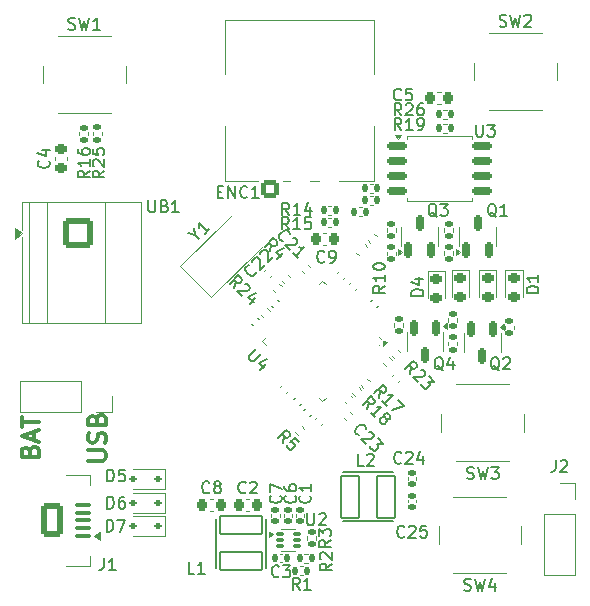
<source format=gbr>
%TF.GenerationSoftware,KiCad,Pcbnew,9.0.4*%
%TF.CreationDate,2025-09-30T19:15:50-07:00*%
%TF.ProjectId,LE_PSU_CAD,4c455f50-5355-45f4-9341-442e6b696361,rev?*%
%TF.SameCoordinates,Original*%
%TF.FileFunction,Legend,Top*%
%TF.FilePolarity,Positive*%
%FSLAX46Y46*%
G04 Gerber Fmt 4.6, Leading zero omitted, Abs format (unit mm)*
G04 Created by KiCad (PCBNEW 9.0.4) date 2025-09-30 19:15:50*
%MOMM*%
%LPD*%
G01*
G04 APERTURE LIST*
G04 Aperture macros list*
%AMRoundRect*
0 Rectangle with rounded corners*
0 $1 Rounding radius*
0 $2 $3 $4 $5 $6 $7 $8 $9 X,Y pos of 4 corners*
0 Add a 4 corners polygon primitive as box body*
4,1,4,$2,$3,$4,$5,$6,$7,$8,$9,$2,$3,0*
0 Add four circle primitives for the rounded corners*
1,1,$1+$1,$2,$3*
1,1,$1+$1,$4,$5*
1,1,$1+$1,$6,$7*
1,1,$1+$1,$8,$9*
0 Add four rect primitives between the rounded corners*
20,1,$1+$1,$2,$3,$4,$5,0*
20,1,$1+$1,$4,$5,$6,$7,0*
20,1,$1+$1,$6,$7,$8,$9,0*
20,1,$1+$1,$8,$9,$2,$3,0*%
%AMRotRect*
0 Rectangle, with rotation*
0 The origin of the aperture is its center*
0 $1 length*
0 $2 width*
0 $3 Rotation angle, in degrees counterclockwise*
0 Add horizontal line*
21,1,$1,$2,0,0,$3*%
G04 Aperture macros list end*
%ADD10C,0.300000*%
%ADD11C,0.153000*%
%ADD12C,0.150000*%
%ADD13C,0.120000*%
%ADD14C,0.200000*%
%ADD15C,1.700000*%
%ADD16R,1.700000X1.700000*%
%ADD17RoundRect,0.150000X0.150000X-0.512500X0.150000X0.512500X-0.150000X0.512500X-0.150000X-0.512500X0*%
%ADD18RoundRect,0.135000X-0.185000X0.135000X-0.185000X-0.135000X0.185000X-0.135000X0.185000X0.135000X0*%
%ADD19RoundRect,0.135000X0.185000X-0.135000X0.185000X0.135000X-0.185000X0.135000X-0.185000X-0.135000X0*%
%ADD20RoundRect,0.135000X-0.135000X-0.185000X0.135000X-0.185000X0.135000X0.185000X-0.135000X0.185000X0*%
%ADD21RoundRect,0.150000X-0.150000X0.512500X-0.150000X-0.512500X0.150000X-0.512500X0.150000X0.512500X0*%
%ADD22RoundRect,0.218750X-0.256250X0.218750X-0.256250X-0.218750X0.256250X-0.218750X0.256250X0.218750X0*%
%ADD23RoundRect,0.162500X-0.650000X-0.162500X0.650000X-0.162500X0.650000X0.162500X-0.650000X0.162500X0*%
%ADD24RoundRect,0.225000X-0.225000X-0.250000X0.225000X-0.250000X0.225000X0.250000X-0.225000X0.250000X0*%
%ADD25RoundRect,0.112500X0.187500X0.112500X-0.187500X0.112500X-0.187500X-0.112500X0.187500X-0.112500X0*%
%ADD26RoundRect,0.140000X0.021213X-0.219203X0.219203X-0.021213X-0.021213X0.219203X-0.219203X0.021213X0*%
%ADD27RoundRect,0.140000X0.219203X0.021213X0.021213X0.219203X-0.219203X-0.021213X-0.021213X-0.219203X0*%
%ADD28RoundRect,0.140000X0.140000X0.170000X-0.140000X0.170000X-0.140000X-0.170000X0.140000X-0.170000X0*%
%ADD29C,2.000000*%
%ADD30RoundRect,0.140000X-0.219203X-0.021213X-0.021213X-0.219203X0.219203X0.021213X0.021213X0.219203X0*%
%ADD31RoundRect,0.225000X0.250000X-0.225000X0.250000X0.225000X-0.250000X0.225000X-0.250000X-0.225000X0*%
%ADD32RoundRect,0.140000X-0.170000X0.140000X-0.170000X-0.140000X0.170000X-0.140000X0.170000X0.140000X0*%
%ADD33RoundRect,0.102000X1.800000X-0.750000X1.800000X0.750000X-1.800000X0.750000X-1.800000X-0.750000X0*%
%ADD34RoundRect,0.135000X-0.226274X-0.035355X-0.035355X-0.226274X0.226274X0.035355X0.035355X0.226274X0*%
%ADD35RoundRect,0.135000X0.135000X0.185000X-0.135000X0.185000X-0.135000X-0.185000X0.135000X-0.185000X0*%
%ADD36RoundRect,0.250000X-1.050000X1.050000X-1.050000X-1.050000X1.050000X-1.050000X1.050000X1.050000X0*%
%ADD37C,2.600000*%
%ADD38RoundRect,0.140000X-0.021213X0.219203X-0.219203X0.021213X0.021213X-0.219203X0.219203X-0.021213X0*%
%ADD39RoundRect,0.100000X-0.575000X0.100000X-0.575000X-0.100000X0.575000X-0.100000X0.575000X0.100000X0*%
%ADD40O,1.900000X1.000000*%
%ADD41R,1.900000X0.875000*%
%ADD42O,1.250000X1.050000*%
%ADD43RoundRect,0.250000X-0.700000X1.200000X-0.700000X-1.200000X0.700000X-1.200000X0.700000X1.200000X0*%
%ADD44RoundRect,0.250000X0.176777X-1.166726X1.166726X-0.176777X-0.176777X1.166726X-1.166726X0.176777X0*%
%ADD45RoundRect,0.135000X0.226274X0.035355X0.035355X0.226274X-0.226274X-0.035355X-0.035355X-0.226274X0*%
%ADD46RoundRect,0.225000X0.225000X0.250000X-0.225000X0.250000X-0.225000X-0.250000X0.225000X-0.250000X0*%
%ADD47RoundRect,0.050000X0.212132X0.282843X-0.282843X-0.212132X-0.212132X-0.282843X0.282843X0.212132X0*%
%ADD48RoundRect,0.050000X-0.212132X0.282843X-0.282843X0.212132X0.212132X-0.282843X0.282843X-0.212132X0*%
%ADD49RotRect,3.400000X3.400000X225.000000*%
%ADD50RoundRect,0.225000X-0.335876X-0.017678X-0.017678X-0.335876X0.335876X0.017678X0.017678X0.335876X0*%
%ADD51RoundRect,0.250000X0.550000X-0.550000X0.550000X0.550000X-0.550000X0.550000X-0.550000X-0.550000X0*%
%ADD52C,1.600000*%
%ADD53O,3.000000X4.100000*%
%ADD54RoundRect,0.087500X-0.250000X-0.087500X0.250000X-0.087500X0.250000X0.087500X-0.250000X0.087500X0*%
%ADD55RoundRect,0.140000X0.170000X-0.140000X0.170000X0.140000X-0.170000X0.140000X-0.170000X-0.140000X0*%
%ADD56RoundRect,0.102000X-0.750000X-1.800000X0.750000X-1.800000X0.750000X1.800000X-0.750000X1.800000X0*%
G04 APERTURE END LIST*
D10*
X179600828Y-112195489D02*
X180815114Y-112195489D01*
X180815114Y-112195489D02*
X180957971Y-112124060D01*
X180957971Y-112124060D02*
X181029400Y-112052632D01*
X181029400Y-112052632D02*
X181100828Y-111909774D01*
X181100828Y-111909774D02*
X181100828Y-111624060D01*
X181100828Y-111624060D02*
X181029400Y-111481203D01*
X181029400Y-111481203D02*
X180957971Y-111409774D01*
X180957971Y-111409774D02*
X180815114Y-111338346D01*
X180815114Y-111338346D02*
X179600828Y-111338346D01*
X181029400Y-110695488D02*
X181100828Y-110481203D01*
X181100828Y-110481203D02*
X181100828Y-110124060D01*
X181100828Y-110124060D02*
X181029400Y-109981203D01*
X181029400Y-109981203D02*
X180957971Y-109909774D01*
X180957971Y-109909774D02*
X180815114Y-109838345D01*
X180815114Y-109838345D02*
X180672257Y-109838345D01*
X180672257Y-109838345D02*
X180529400Y-109909774D01*
X180529400Y-109909774D02*
X180457971Y-109981203D01*
X180457971Y-109981203D02*
X180386542Y-110124060D01*
X180386542Y-110124060D02*
X180315114Y-110409774D01*
X180315114Y-110409774D02*
X180243685Y-110552631D01*
X180243685Y-110552631D02*
X180172257Y-110624060D01*
X180172257Y-110624060D02*
X180029400Y-110695488D01*
X180029400Y-110695488D02*
X179886542Y-110695488D01*
X179886542Y-110695488D02*
X179743685Y-110624060D01*
X179743685Y-110624060D02*
X179672257Y-110552631D01*
X179672257Y-110552631D02*
X179600828Y-110409774D01*
X179600828Y-110409774D02*
X179600828Y-110052631D01*
X179600828Y-110052631D02*
X179672257Y-109838345D01*
X180315114Y-108695489D02*
X180386542Y-108481203D01*
X180386542Y-108481203D02*
X180457971Y-108409774D01*
X180457971Y-108409774D02*
X180600828Y-108338346D01*
X180600828Y-108338346D02*
X180815114Y-108338346D01*
X180815114Y-108338346D02*
X180957971Y-108409774D01*
X180957971Y-108409774D02*
X181029400Y-108481203D01*
X181029400Y-108481203D02*
X181100828Y-108624060D01*
X181100828Y-108624060D02*
X181100828Y-109195489D01*
X181100828Y-109195489D02*
X179600828Y-109195489D01*
X179600828Y-109195489D02*
X179600828Y-108695489D01*
X179600828Y-108695489D02*
X179672257Y-108552632D01*
X179672257Y-108552632D02*
X179743685Y-108481203D01*
X179743685Y-108481203D02*
X179886542Y-108409774D01*
X179886542Y-108409774D02*
X180029400Y-108409774D01*
X180029400Y-108409774D02*
X180172257Y-108481203D01*
X180172257Y-108481203D02*
X180243685Y-108552632D01*
X180243685Y-108552632D02*
X180315114Y-108695489D01*
X180315114Y-108695489D02*
X180315114Y-109195489D01*
X174665114Y-111395489D02*
X174736542Y-111181203D01*
X174736542Y-111181203D02*
X174807971Y-111109774D01*
X174807971Y-111109774D02*
X174950828Y-111038346D01*
X174950828Y-111038346D02*
X175165114Y-111038346D01*
X175165114Y-111038346D02*
X175307971Y-111109774D01*
X175307971Y-111109774D02*
X175379400Y-111181203D01*
X175379400Y-111181203D02*
X175450828Y-111324060D01*
X175450828Y-111324060D02*
X175450828Y-111895489D01*
X175450828Y-111895489D02*
X173950828Y-111895489D01*
X173950828Y-111895489D02*
X173950828Y-111395489D01*
X173950828Y-111395489D02*
X174022257Y-111252632D01*
X174022257Y-111252632D02*
X174093685Y-111181203D01*
X174093685Y-111181203D02*
X174236542Y-111109774D01*
X174236542Y-111109774D02*
X174379400Y-111109774D01*
X174379400Y-111109774D02*
X174522257Y-111181203D01*
X174522257Y-111181203D02*
X174593685Y-111252632D01*
X174593685Y-111252632D02*
X174665114Y-111395489D01*
X174665114Y-111395489D02*
X174665114Y-111895489D01*
X175022257Y-110466917D02*
X175022257Y-109752632D01*
X175450828Y-110609774D02*
X173950828Y-110109774D01*
X173950828Y-110109774D02*
X175450828Y-109609774D01*
X173950828Y-109324060D02*
X173950828Y-108466918D01*
X175450828Y-108895489D02*
X173950828Y-108895489D01*
D11*
X209114761Y-91549901D02*
X209019523Y-91502282D01*
X209019523Y-91502282D02*
X208924285Y-91407044D01*
X208924285Y-91407044D02*
X208781428Y-91264186D01*
X208781428Y-91264186D02*
X208686190Y-91216567D01*
X208686190Y-91216567D02*
X208590952Y-91216567D01*
X208638571Y-91454663D02*
X208543333Y-91407044D01*
X208543333Y-91407044D02*
X208448095Y-91311805D01*
X208448095Y-91311805D02*
X208400476Y-91121329D01*
X208400476Y-91121329D02*
X208400476Y-90787996D01*
X208400476Y-90787996D02*
X208448095Y-90597520D01*
X208448095Y-90597520D02*
X208543333Y-90502282D01*
X208543333Y-90502282D02*
X208638571Y-90454663D01*
X208638571Y-90454663D02*
X208829047Y-90454663D01*
X208829047Y-90454663D02*
X208924285Y-90502282D01*
X208924285Y-90502282D02*
X209019523Y-90597520D01*
X209019523Y-90597520D02*
X209067142Y-90787996D01*
X209067142Y-90787996D02*
X209067142Y-91121329D01*
X209067142Y-91121329D02*
X209019523Y-91311805D01*
X209019523Y-91311805D02*
X208924285Y-91407044D01*
X208924285Y-91407044D02*
X208829047Y-91454663D01*
X208829047Y-91454663D02*
X208638571Y-91454663D01*
X209400476Y-90454663D02*
X210019523Y-90454663D01*
X210019523Y-90454663D02*
X209686190Y-90835615D01*
X209686190Y-90835615D02*
X209829047Y-90835615D01*
X209829047Y-90835615D02*
X209924285Y-90883234D01*
X209924285Y-90883234D02*
X209971904Y-90930853D01*
X209971904Y-90930853D02*
X210019523Y-91026091D01*
X210019523Y-91026091D02*
X210019523Y-91264186D01*
X210019523Y-91264186D02*
X209971904Y-91359424D01*
X209971904Y-91359424D02*
X209924285Y-91407044D01*
X209924285Y-91407044D02*
X209829047Y-91454663D01*
X209829047Y-91454663D02*
X209543333Y-91454663D01*
X209543333Y-91454663D02*
X209448095Y-91407044D01*
X209448095Y-91407044D02*
X209400476Y-91359424D01*
D12*
X196595606Y-91381698D02*
X196262273Y-90905507D01*
X196024178Y-91381698D02*
X196024178Y-90381698D01*
X196024178Y-90381698D02*
X196405130Y-90381698D01*
X196405130Y-90381698D02*
X196500368Y-90429317D01*
X196500368Y-90429317D02*
X196547987Y-90476936D01*
X196547987Y-90476936D02*
X196595606Y-90572174D01*
X196595606Y-90572174D02*
X196595606Y-90715031D01*
X196595606Y-90715031D02*
X196547987Y-90810269D01*
X196547987Y-90810269D02*
X196500368Y-90857888D01*
X196500368Y-90857888D02*
X196405130Y-90905507D01*
X196405130Y-90905507D02*
X196024178Y-90905507D01*
X197547987Y-91381698D02*
X196976559Y-91381698D01*
X197262273Y-91381698D02*
X197262273Y-90381698D01*
X197262273Y-90381698D02*
X197167035Y-90524555D01*
X197167035Y-90524555D02*
X197071797Y-90619793D01*
X197071797Y-90619793D02*
X196976559Y-90667412D01*
X198405130Y-90715031D02*
X198405130Y-91381698D01*
X198167035Y-90334079D02*
X197928940Y-91048364D01*
X197928940Y-91048364D02*
X198547987Y-91048364D01*
D11*
X209654761Y-104549901D02*
X209559523Y-104502282D01*
X209559523Y-104502282D02*
X209464285Y-104407044D01*
X209464285Y-104407044D02*
X209321428Y-104264186D01*
X209321428Y-104264186D02*
X209226190Y-104216567D01*
X209226190Y-104216567D02*
X209130952Y-104216567D01*
X209178571Y-104454663D02*
X209083333Y-104407044D01*
X209083333Y-104407044D02*
X208988095Y-104311805D01*
X208988095Y-104311805D02*
X208940476Y-104121329D01*
X208940476Y-104121329D02*
X208940476Y-103787996D01*
X208940476Y-103787996D02*
X208988095Y-103597520D01*
X208988095Y-103597520D02*
X209083333Y-103502282D01*
X209083333Y-103502282D02*
X209178571Y-103454663D01*
X209178571Y-103454663D02*
X209369047Y-103454663D01*
X209369047Y-103454663D02*
X209464285Y-103502282D01*
X209464285Y-103502282D02*
X209559523Y-103597520D01*
X209559523Y-103597520D02*
X209607142Y-103787996D01*
X209607142Y-103787996D02*
X209607142Y-104121329D01*
X209607142Y-104121329D02*
X209559523Y-104311805D01*
X209559523Y-104311805D02*
X209464285Y-104407044D01*
X209464285Y-104407044D02*
X209369047Y-104454663D01*
X209369047Y-104454663D02*
X209178571Y-104454663D01*
X210464285Y-103787996D02*
X210464285Y-104454663D01*
X210226190Y-103407044D02*
X209988095Y-104121329D01*
X209988095Y-104121329D02*
X210607142Y-104121329D01*
X212438095Y-83754663D02*
X212438095Y-84564186D01*
X212438095Y-84564186D02*
X212485714Y-84659424D01*
X212485714Y-84659424D02*
X212533333Y-84707044D01*
X212533333Y-84707044D02*
X212628571Y-84754663D01*
X212628571Y-84754663D02*
X212819047Y-84754663D01*
X212819047Y-84754663D02*
X212914285Y-84707044D01*
X212914285Y-84707044D02*
X212961904Y-84659424D01*
X212961904Y-84659424D02*
X213009523Y-84564186D01*
X213009523Y-84564186D02*
X213009523Y-83754663D01*
X213390476Y-83754663D02*
X214009523Y-83754663D01*
X214009523Y-83754663D02*
X213676190Y-84135615D01*
X213676190Y-84135615D02*
X213819047Y-84135615D01*
X213819047Y-84135615D02*
X213914285Y-84183234D01*
X213914285Y-84183234D02*
X213961904Y-84230853D01*
X213961904Y-84230853D02*
X214009523Y-84326091D01*
X214009523Y-84326091D02*
X214009523Y-84564186D01*
X214009523Y-84564186D02*
X213961904Y-84659424D01*
X213961904Y-84659424D02*
X213914285Y-84707044D01*
X213914285Y-84707044D02*
X213819047Y-84754663D01*
X213819047Y-84754663D02*
X213533333Y-84754663D01*
X213533333Y-84754663D02*
X213438095Y-84707044D01*
X213438095Y-84707044D02*
X213390476Y-84659424D01*
D12*
X192922760Y-114882009D02*
X192875141Y-114929629D01*
X192875141Y-114929629D02*
X192732284Y-114977248D01*
X192732284Y-114977248D02*
X192637046Y-114977248D01*
X192637046Y-114977248D02*
X192494189Y-114929629D01*
X192494189Y-114929629D02*
X192398951Y-114834390D01*
X192398951Y-114834390D02*
X192351332Y-114739152D01*
X192351332Y-114739152D02*
X192303713Y-114548676D01*
X192303713Y-114548676D02*
X192303713Y-114405819D01*
X192303713Y-114405819D02*
X192351332Y-114215343D01*
X192351332Y-114215343D02*
X192398951Y-114120105D01*
X192398951Y-114120105D02*
X192494189Y-114024867D01*
X192494189Y-114024867D02*
X192637046Y-113977248D01*
X192637046Y-113977248D02*
X192732284Y-113977248D01*
X192732284Y-113977248D02*
X192875141Y-114024867D01*
X192875141Y-114024867D02*
X192922760Y-114072486D01*
X193303713Y-114072486D02*
X193351332Y-114024867D01*
X193351332Y-114024867D02*
X193446570Y-113977248D01*
X193446570Y-113977248D02*
X193684665Y-113977248D01*
X193684665Y-113977248D02*
X193779903Y-114024867D01*
X193779903Y-114024867D02*
X193827522Y-114072486D01*
X193827522Y-114072486D02*
X193875141Y-114167724D01*
X193875141Y-114167724D02*
X193875141Y-114262962D01*
X193875141Y-114262962D02*
X193827522Y-114405819D01*
X193827522Y-114405819D02*
X193256094Y-114977248D01*
X193256094Y-114977248D02*
X193875141Y-114977248D01*
D11*
X214404761Y-104549901D02*
X214309523Y-104502282D01*
X214309523Y-104502282D02*
X214214285Y-104407044D01*
X214214285Y-104407044D02*
X214071428Y-104264186D01*
X214071428Y-104264186D02*
X213976190Y-104216567D01*
X213976190Y-104216567D02*
X213880952Y-104216567D01*
X213928571Y-104454663D02*
X213833333Y-104407044D01*
X213833333Y-104407044D02*
X213738095Y-104311805D01*
X213738095Y-104311805D02*
X213690476Y-104121329D01*
X213690476Y-104121329D02*
X213690476Y-103787996D01*
X213690476Y-103787996D02*
X213738095Y-103597520D01*
X213738095Y-103597520D02*
X213833333Y-103502282D01*
X213833333Y-103502282D02*
X213928571Y-103454663D01*
X213928571Y-103454663D02*
X214119047Y-103454663D01*
X214119047Y-103454663D02*
X214214285Y-103502282D01*
X214214285Y-103502282D02*
X214309523Y-103597520D01*
X214309523Y-103597520D02*
X214357142Y-103787996D01*
X214357142Y-103787996D02*
X214357142Y-104121329D01*
X214357142Y-104121329D02*
X214309523Y-104311805D01*
X214309523Y-104311805D02*
X214214285Y-104407044D01*
X214214285Y-104407044D02*
X214119047Y-104454663D01*
X214119047Y-104454663D02*
X213928571Y-104454663D01*
X214738095Y-103549901D02*
X214785714Y-103502282D01*
X214785714Y-103502282D02*
X214880952Y-103454663D01*
X214880952Y-103454663D02*
X215119047Y-103454663D01*
X215119047Y-103454663D02*
X215214285Y-103502282D01*
X215214285Y-103502282D02*
X215261904Y-103549901D01*
X215261904Y-103549901D02*
X215309523Y-103645139D01*
X215309523Y-103645139D02*
X215309523Y-103740377D01*
X215309523Y-103740377D02*
X215261904Y-103883234D01*
X215261904Y-103883234D02*
X214690476Y-104454663D01*
X214690476Y-104454663D02*
X215309523Y-104454663D01*
X181201905Y-116254663D02*
X181201905Y-115254663D01*
X181201905Y-115254663D02*
X181440000Y-115254663D01*
X181440000Y-115254663D02*
X181582857Y-115302282D01*
X181582857Y-115302282D02*
X181678095Y-115397520D01*
X181678095Y-115397520D02*
X181725714Y-115492758D01*
X181725714Y-115492758D02*
X181773333Y-115683234D01*
X181773333Y-115683234D02*
X181773333Y-115826091D01*
X181773333Y-115826091D02*
X181725714Y-116016567D01*
X181725714Y-116016567D02*
X181678095Y-116111805D01*
X181678095Y-116111805D02*
X181582857Y-116207044D01*
X181582857Y-116207044D02*
X181440000Y-116254663D01*
X181440000Y-116254663D02*
X181201905Y-116254663D01*
X182630476Y-115254663D02*
X182440000Y-115254663D01*
X182440000Y-115254663D02*
X182344762Y-115302282D01*
X182344762Y-115302282D02*
X182297143Y-115349901D01*
X182297143Y-115349901D02*
X182201905Y-115492758D01*
X182201905Y-115492758D02*
X182154286Y-115683234D01*
X182154286Y-115683234D02*
X182154286Y-116064186D01*
X182154286Y-116064186D02*
X182201905Y-116159424D01*
X182201905Y-116159424D02*
X182249524Y-116207044D01*
X182249524Y-116207044D02*
X182344762Y-116254663D01*
X182344762Y-116254663D02*
X182535238Y-116254663D01*
X182535238Y-116254663D02*
X182630476Y-116207044D01*
X182630476Y-116207044D02*
X182678095Y-116159424D01*
X182678095Y-116159424D02*
X182725714Y-116064186D01*
X182725714Y-116064186D02*
X182725714Y-115826091D01*
X182725714Y-115826091D02*
X182678095Y-115730853D01*
X182678095Y-115730853D02*
X182630476Y-115683234D01*
X182630476Y-115683234D02*
X182535238Y-115635615D01*
X182535238Y-115635615D02*
X182344762Y-115635615D01*
X182344762Y-115635615D02*
X182249524Y-115683234D01*
X182249524Y-115683234D02*
X182201905Y-115730853D01*
X182201905Y-115730853D02*
X182154286Y-115826091D01*
D12*
X195738333Y-121969580D02*
X195690714Y-122017200D01*
X195690714Y-122017200D02*
X195547857Y-122064819D01*
X195547857Y-122064819D02*
X195452619Y-122064819D01*
X195452619Y-122064819D02*
X195309762Y-122017200D01*
X195309762Y-122017200D02*
X195214524Y-121921961D01*
X195214524Y-121921961D02*
X195166905Y-121826723D01*
X195166905Y-121826723D02*
X195119286Y-121636247D01*
X195119286Y-121636247D02*
X195119286Y-121493390D01*
X195119286Y-121493390D02*
X195166905Y-121302914D01*
X195166905Y-121302914D02*
X195214524Y-121207676D01*
X195214524Y-121207676D02*
X195309762Y-121112438D01*
X195309762Y-121112438D02*
X195452619Y-121064819D01*
X195452619Y-121064819D02*
X195547857Y-121064819D01*
X195547857Y-121064819D02*
X195690714Y-121112438D01*
X195690714Y-121112438D02*
X195738333Y-121160057D01*
X196071667Y-121064819D02*
X196690714Y-121064819D01*
X196690714Y-121064819D02*
X196357381Y-121445771D01*
X196357381Y-121445771D02*
X196500238Y-121445771D01*
X196500238Y-121445771D02*
X196595476Y-121493390D01*
X196595476Y-121493390D02*
X196643095Y-121541009D01*
X196643095Y-121541009D02*
X196690714Y-121636247D01*
X196690714Y-121636247D02*
X196690714Y-121874342D01*
X196690714Y-121874342D02*
X196643095Y-121969580D01*
X196643095Y-121969580D02*
X196595476Y-122017200D01*
X196595476Y-122017200D02*
X196500238Y-122064819D01*
X196500238Y-122064819D02*
X196214524Y-122064819D01*
X196214524Y-122064819D02*
X196119286Y-122017200D01*
X196119286Y-122017200D02*
X196071667Y-121969580D01*
D11*
X177916667Y-75657044D02*
X178059524Y-75704663D01*
X178059524Y-75704663D02*
X178297619Y-75704663D01*
X178297619Y-75704663D02*
X178392857Y-75657044D01*
X178392857Y-75657044D02*
X178440476Y-75609424D01*
X178440476Y-75609424D02*
X178488095Y-75514186D01*
X178488095Y-75514186D02*
X178488095Y-75418948D01*
X178488095Y-75418948D02*
X178440476Y-75323710D01*
X178440476Y-75323710D02*
X178392857Y-75276091D01*
X178392857Y-75276091D02*
X178297619Y-75228472D01*
X178297619Y-75228472D02*
X178107143Y-75180853D01*
X178107143Y-75180853D02*
X178011905Y-75133234D01*
X178011905Y-75133234D02*
X177964286Y-75085615D01*
X177964286Y-75085615D02*
X177916667Y-74990377D01*
X177916667Y-74990377D02*
X177916667Y-74895139D01*
X177916667Y-74895139D02*
X177964286Y-74799901D01*
X177964286Y-74799901D02*
X178011905Y-74752282D01*
X178011905Y-74752282D02*
X178107143Y-74704663D01*
X178107143Y-74704663D02*
X178345238Y-74704663D01*
X178345238Y-74704663D02*
X178488095Y-74752282D01*
X178821429Y-74704663D02*
X179059524Y-75704663D01*
X179059524Y-75704663D02*
X179250000Y-74990377D01*
X179250000Y-74990377D02*
X179440476Y-75704663D01*
X179440476Y-75704663D02*
X179678572Y-74704663D01*
X180583333Y-75704663D02*
X180011905Y-75704663D01*
X180297619Y-75704663D02*
X180297619Y-74704663D01*
X180297619Y-74704663D02*
X180202381Y-74847520D01*
X180202381Y-74847520D02*
X180107143Y-74942758D01*
X180107143Y-74942758D02*
X180011905Y-74990377D01*
D12*
X202541169Y-110049693D02*
X202473825Y-110049693D01*
X202473825Y-110049693D02*
X202339138Y-109982349D01*
X202339138Y-109982349D02*
X202271795Y-109915006D01*
X202271795Y-109915006D02*
X202204451Y-109780319D01*
X202204451Y-109780319D02*
X202204451Y-109645632D01*
X202204451Y-109645632D02*
X202238123Y-109544617D01*
X202238123Y-109544617D02*
X202339138Y-109376258D01*
X202339138Y-109376258D02*
X202440153Y-109275243D01*
X202440153Y-109275243D02*
X202608512Y-109174227D01*
X202608512Y-109174227D02*
X202709527Y-109140556D01*
X202709527Y-109140556D02*
X202844214Y-109140556D01*
X202844214Y-109140556D02*
X202978901Y-109207899D01*
X202978901Y-109207899D02*
X203046245Y-109275243D01*
X203046245Y-109275243D02*
X203113588Y-109409930D01*
X203113588Y-109409930D02*
X203113588Y-109477273D01*
X203382962Y-109746647D02*
X203450306Y-109746647D01*
X203450306Y-109746647D02*
X203551321Y-109780319D01*
X203551321Y-109780319D02*
X203719680Y-109948678D01*
X203719680Y-109948678D02*
X203753352Y-110049693D01*
X203753352Y-110049693D02*
X203753352Y-110117036D01*
X203753352Y-110117036D02*
X203719680Y-110218052D01*
X203719680Y-110218052D02*
X203652336Y-110285395D01*
X203652336Y-110285395D02*
X203517649Y-110352739D01*
X203517649Y-110352739D02*
X202709527Y-110352739D01*
X202709527Y-110352739D02*
X203147260Y-110790471D01*
X204090069Y-110319067D02*
X204527802Y-110756800D01*
X204527802Y-110756800D02*
X204022726Y-110790472D01*
X204022726Y-110790472D02*
X204123741Y-110891487D01*
X204123741Y-110891487D02*
X204157413Y-110992502D01*
X204157413Y-110992502D02*
X204157413Y-111059846D01*
X204157413Y-111059846D02*
X204123741Y-111160861D01*
X204123741Y-111160861D02*
X203955382Y-111329220D01*
X203955382Y-111329220D02*
X203854367Y-111362891D01*
X203854367Y-111362891D02*
X203787024Y-111362891D01*
X203787024Y-111362891D02*
X203686008Y-111329220D01*
X203686008Y-111329220D02*
X203483978Y-111127189D01*
X203483978Y-111127189D02*
X203450306Y-111026174D01*
X203450306Y-111026174D02*
X203450306Y-110958830D01*
X179704819Y-87642857D02*
X179228628Y-87976190D01*
X179704819Y-88214285D02*
X178704819Y-88214285D01*
X178704819Y-88214285D02*
X178704819Y-87833333D01*
X178704819Y-87833333D02*
X178752438Y-87738095D01*
X178752438Y-87738095D02*
X178800057Y-87690476D01*
X178800057Y-87690476D02*
X178895295Y-87642857D01*
X178895295Y-87642857D02*
X179038152Y-87642857D01*
X179038152Y-87642857D02*
X179133390Y-87690476D01*
X179133390Y-87690476D02*
X179181009Y-87738095D01*
X179181009Y-87738095D02*
X179228628Y-87833333D01*
X179228628Y-87833333D02*
X179228628Y-88214285D01*
X179704819Y-86690476D02*
X179704819Y-87261904D01*
X179704819Y-86976190D02*
X178704819Y-86976190D01*
X178704819Y-86976190D02*
X178847676Y-87071428D01*
X178847676Y-87071428D02*
X178942914Y-87166666D01*
X178942914Y-87166666D02*
X178990533Y-87261904D01*
X178704819Y-85833333D02*
X178704819Y-86023809D01*
X178704819Y-86023809D02*
X178752438Y-86119047D01*
X178752438Y-86119047D02*
X178800057Y-86166666D01*
X178800057Y-86166666D02*
X178942914Y-86261904D01*
X178942914Y-86261904D02*
X179133390Y-86309523D01*
X179133390Y-86309523D02*
X179514342Y-86309523D01*
X179514342Y-86309523D02*
X179609580Y-86261904D01*
X179609580Y-86261904D02*
X179657200Y-86214285D01*
X179657200Y-86214285D02*
X179704819Y-86119047D01*
X179704819Y-86119047D02*
X179704819Y-85928571D01*
X179704819Y-85928571D02*
X179657200Y-85833333D01*
X179657200Y-85833333D02*
X179609580Y-85785714D01*
X179609580Y-85785714D02*
X179514342Y-85738095D01*
X179514342Y-85738095D02*
X179276247Y-85738095D01*
X179276247Y-85738095D02*
X179181009Y-85785714D01*
X179181009Y-85785714D02*
X179133390Y-85833333D01*
X179133390Y-85833333D02*
X179085771Y-85928571D01*
X179085771Y-85928571D02*
X179085771Y-86119047D01*
X179085771Y-86119047D02*
X179133390Y-86214285D01*
X179133390Y-86214285D02*
X179181009Y-86261904D01*
X179181009Y-86261904D02*
X179276247Y-86309523D01*
X176229580Y-86786666D02*
X176277200Y-86834285D01*
X176277200Y-86834285D02*
X176324819Y-86977142D01*
X176324819Y-86977142D02*
X176324819Y-87072380D01*
X176324819Y-87072380D02*
X176277200Y-87215237D01*
X176277200Y-87215237D02*
X176181961Y-87310475D01*
X176181961Y-87310475D02*
X176086723Y-87358094D01*
X176086723Y-87358094D02*
X175896247Y-87405713D01*
X175896247Y-87405713D02*
X175753390Y-87405713D01*
X175753390Y-87405713D02*
X175562914Y-87358094D01*
X175562914Y-87358094D02*
X175467676Y-87310475D01*
X175467676Y-87310475D02*
X175372438Y-87215237D01*
X175372438Y-87215237D02*
X175324819Y-87072380D01*
X175324819Y-87072380D02*
X175324819Y-86977142D01*
X175324819Y-86977142D02*
X175372438Y-86834285D01*
X175372438Y-86834285D02*
X175420057Y-86786666D01*
X175658152Y-85929523D02*
X176324819Y-85929523D01*
X175277200Y-86167618D02*
X175991485Y-86405713D01*
X175991485Y-86405713D02*
X175991485Y-85786666D01*
X196586603Y-92604737D02*
X196253270Y-92128546D01*
X196015175Y-92604737D02*
X196015175Y-91604737D01*
X196015175Y-91604737D02*
X196396127Y-91604737D01*
X196396127Y-91604737D02*
X196491365Y-91652356D01*
X196491365Y-91652356D02*
X196538984Y-91699975D01*
X196538984Y-91699975D02*
X196586603Y-91795213D01*
X196586603Y-91795213D02*
X196586603Y-91938070D01*
X196586603Y-91938070D02*
X196538984Y-92033308D01*
X196538984Y-92033308D02*
X196491365Y-92080927D01*
X196491365Y-92080927D02*
X196396127Y-92128546D01*
X196396127Y-92128546D02*
X196015175Y-92128546D01*
X197538984Y-92604737D02*
X196967556Y-92604737D01*
X197253270Y-92604737D02*
X197253270Y-91604737D01*
X197253270Y-91604737D02*
X197158032Y-91747594D01*
X197158032Y-91747594D02*
X197062794Y-91842832D01*
X197062794Y-91842832D02*
X196967556Y-91890451D01*
X198443746Y-91604737D02*
X197967556Y-91604737D01*
X197967556Y-91604737D02*
X197919937Y-92080927D01*
X197919937Y-92080927D02*
X197967556Y-92033308D01*
X197967556Y-92033308D02*
X198062794Y-91985689D01*
X198062794Y-91985689D02*
X198300889Y-91985689D01*
X198300889Y-91985689D02*
X198396127Y-92033308D01*
X198396127Y-92033308D02*
X198443746Y-92080927D01*
X198443746Y-92080927D02*
X198491365Y-92176165D01*
X198491365Y-92176165D02*
X198491365Y-92414260D01*
X198491365Y-92414260D02*
X198443746Y-92509498D01*
X198443746Y-92509498D02*
X198396127Y-92557118D01*
X198396127Y-92557118D02*
X198300889Y-92604737D01*
X198300889Y-92604737D02*
X198062794Y-92604737D01*
X198062794Y-92604737D02*
X197967556Y-92557118D01*
X197967556Y-92557118D02*
X197919937Y-92509498D01*
X198359580Y-115166666D02*
X198407200Y-115214285D01*
X198407200Y-115214285D02*
X198454819Y-115357142D01*
X198454819Y-115357142D02*
X198454819Y-115452380D01*
X198454819Y-115452380D02*
X198407200Y-115595237D01*
X198407200Y-115595237D02*
X198311961Y-115690475D01*
X198311961Y-115690475D02*
X198216723Y-115738094D01*
X198216723Y-115738094D02*
X198026247Y-115785713D01*
X198026247Y-115785713D02*
X197883390Y-115785713D01*
X197883390Y-115785713D02*
X197692914Y-115738094D01*
X197692914Y-115738094D02*
X197597676Y-115690475D01*
X197597676Y-115690475D02*
X197502438Y-115595237D01*
X197502438Y-115595237D02*
X197454819Y-115452380D01*
X197454819Y-115452380D02*
X197454819Y-115357142D01*
X197454819Y-115357142D02*
X197502438Y-115214285D01*
X197502438Y-115214285D02*
X197550057Y-115166666D01*
X198454819Y-114214285D02*
X198454819Y-114785713D01*
X198454819Y-114499999D02*
X197454819Y-114499999D01*
X197454819Y-114499999D02*
X197597676Y-114595237D01*
X197597676Y-114595237D02*
X197692914Y-114690475D01*
X197692914Y-114690475D02*
X197740533Y-114785713D01*
D11*
X188583333Y-121754663D02*
X188107143Y-121754663D01*
X188107143Y-121754663D02*
X188107143Y-120754663D01*
X189440476Y-121754663D02*
X188869048Y-121754663D01*
X189154762Y-121754663D02*
X189154762Y-120754663D01*
X189154762Y-120754663D02*
X189059524Y-120897520D01*
X189059524Y-120897520D02*
X188964286Y-120992758D01*
X188964286Y-120992758D02*
X188869048Y-121040377D01*
D12*
X196082626Y-93617659D02*
X196015282Y-93617659D01*
X196015282Y-93617659D02*
X195880595Y-93550315D01*
X195880595Y-93550315D02*
X195813252Y-93482972D01*
X195813252Y-93482972D02*
X195745908Y-93348285D01*
X195745908Y-93348285D02*
X195745908Y-93213598D01*
X195745908Y-93213598D02*
X195779580Y-93112583D01*
X195779580Y-93112583D02*
X195880595Y-92944224D01*
X195880595Y-92944224D02*
X195981610Y-92843209D01*
X195981610Y-92843209D02*
X196149969Y-92742193D01*
X196149969Y-92742193D02*
X196250984Y-92708522D01*
X196250984Y-92708522D02*
X196385671Y-92708522D01*
X196385671Y-92708522D02*
X196520358Y-92775865D01*
X196520358Y-92775865D02*
X196587702Y-92843209D01*
X196587702Y-92843209D02*
X196655045Y-92977896D01*
X196655045Y-92977896D02*
X196655045Y-93045239D01*
X196924419Y-93314613D02*
X196991763Y-93314613D01*
X196991763Y-93314613D02*
X197092778Y-93348285D01*
X197092778Y-93348285D02*
X197261137Y-93516644D01*
X197261137Y-93516644D02*
X197294809Y-93617659D01*
X197294809Y-93617659D02*
X197294809Y-93685002D01*
X197294809Y-93685002D02*
X197261137Y-93786018D01*
X197261137Y-93786018D02*
X197193793Y-93853361D01*
X197193793Y-93853361D02*
X197059106Y-93920705D01*
X197059106Y-93920705D02*
X196250984Y-93920705D01*
X196250984Y-93920705D02*
X196688717Y-94358437D01*
X197362152Y-95031873D02*
X196958091Y-94627812D01*
X197160122Y-94829842D02*
X197867229Y-94122735D01*
X197867229Y-94122735D02*
X197698870Y-94156407D01*
X197698870Y-94156407D02*
X197564183Y-94156407D01*
X197564183Y-94156407D02*
X197463168Y-94122735D01*
X196060543Y-110703754D02*
X196161558Y-110131335D01*
X195656482Y-110299693D02*
X196363589Y-109592587D01*
X196363589Y-109592587D02*
X196632963Y-109861961D01*
X196632963Y-109861961D02*
X196666635Y-109962976D01*
X196666635Y-109962976D02*
X196666635Y-110030319D01*
X196666635Y-110030319D02*
X196632963Y-110131335D01*
X196632963Y-110131335D02*
X196531948Y-110232350D01*
X196531948Y-110232350D02*
X196430932Y-110266022D01*
X196430932Y-110266022D02*
X196363589Y-110266022D01*
X196363589Y-110266022D02*
X196262574Y-110232350D01*
X196262574Y-110232350D02*
X195993200Y-109962976D01*
X197407413Y-110636411D02*
X197070696Y-110299693D01*
X197070696Y-110299693D02*
X196700306Y-110602739D01*
X196700306Y-110602739D02*
X196767650Y-110602739D01*
X196767650Y-110602739D02*
X196868665Y-110636411D01*
X196868665Y-110636411D02*
X197037024Y-110804770D01*
X197037024Y-110804770D02*
X197070696Y-110905785D01*
X197070696Y-110905785D02*
X197070696Y-110973128D01*
X197070696Y-110973128D02*
X197037024Y-111074144D01*
X197037024Y-111074144D02*
X196868665Y-111242502D01*
X196868665Y-111242502D02*
X196767650Y-111276174D01*
X196767650Y-111276174D02*
X196700306Y-111276174D01*
X196700306Y-111276174D02*
X196599291Y-111242502D01*
X196599291Y-111242502D02*
X196430932Y-111074144D01*
X196430932Y-111074144D02*
X196397261Y-110973128D01*
X196397261Y-110973128D02*
X196397261Y-110905785D01*
X197477960Y-123124819D02*
X197144627Y-122648628D01*
X196906532Y-123124819D02*
X196906532Y-122124819D01*
X196906532Y-122124819D02*
X197287484Y-122124819D01*
X197287484Y-122124819D02*
X197382722Y-122172438D01*
X197382722Y-122172438D02*
X197430341Y-122220057D01*
X197430341Y-122220057D02*
X197477960Y-122315295D01*
X197477960Y-122315295D02*
X197477960Y-122458152D01*
X197477960Y-122458152D02*
X197430341Y-122553390D01*
X197430341Y-122553390D02*
X197382722Y-122601009D01*
X197382722Y-122601009D02*
X197287484Y-122648628D01*
X197287484Y-122648628D02*
X196906532Y-122648628D01*
X198430341Y-123124819D02*
X197858913Y-123124819D01*
X198144627Y-123124819D02*
X198144627Y-122124819D01*
X198144627Y-122124819D02*
X198049389Y-122267676D01*
X198049389Y-122267676D02*
X197954151Y-122362914D01*
X197954151Y-122362914D02*
X197858913Y-122410533D01*
X200124819Y-118936666D02*
X199648628Y-119269999D01*
X200124819Y-119508094D02*
X199124819Y-119508094D01*
X199124819Y-119508094D02*
X199124819Y-119127142D01*
X199124819Y-119127142D02*
X199172438Y-119031904D01*
X199172438Y-119031904D02*
X199220057Y-118984285D01*
X199220057Y-118984285D02*
X199315295Y-118936666D01*
X199315295Y-118936666D02*
X199458152Y-118936666D01*
X199458152Y-118936666D02*
X199553390Y-118984285D01*
X199553390Y-118984285D02*
X199601009Y-119031904D01*
X199601009Y-119031904D02*
X199648628Y-119127142D01*
X199648628Y-119127142D02*
X199648628Y-119508094D01*
X199124819Y-118603332D02*
X199124819Y-117984285D01*
X199124819Y-117984285D02*
X199505771Y-118317618D01*
X199505771Y-118317618D02*
X199505771Y-118174761D01*
X199505771Y-118174761D02*
X199553390Y-118079523D01*
X199553390Y-118079523D02*
X199601009Y-118031904D01*
X199601009Y-118031904D02*
X199696247Y-117984285D01*
X199696247Y-117984285D02*
X199934342Y-117984285D01*
X199934342Y-117984285D02*
X200029580Y-118031904D01*
X200029580Y-118031904D02*
X200077200Y-118079523D01*
X200077200Y-118079523D02*
X200124819Y-118174761D01*
X200124819Y-118174761D02*
X200124819Y-118460475D01*
X200124819Y-118460475D02*
X200077200Y-118555713D01*
X200077200Y-118555713D02*
X200029580Y-118603332D01*
X197109580Y-115166666D02*
X197157200Y-115214285D01*
X197157200Y-115214285D02*
X197204819Y-115357142D01*
X197204819Y-115357142D02*
X197204819Y-115452380D01*
X197204819Y-115452380D02*
X197157200Y-115595237D01*
X197157200Y-115595237D02*
X197061961Y-115690475D01*
X197061961Y-115690475D02*
X196966723Y-115738094D01*
X196966723Y-115738094D02*
X196776247Y-115785713D01*
X196776247Y-115785713D02*
X196633390Y-115785713D01*
X196633390Y-115785713D02*
X196442914Y-115738094D01*
X196442914Y-115738094D02*
X196347676Y-115690475D01*
X196347676Y-115690475D02*
X196252438Y-115595237D01*
X196252438Y-115595237D02*
X196204819Y-115452380D01*
X196204819Y-115452380D02*
X196204819Y-115357142D01*
X196204819Y-115357142D02*
X196252438Y-115214285D01*
X196252438Y-115214285D02*
X196300057Y-115166666D01*
X196204819Y-114309523D02*
X196204819Y-114499999D01*
X196204819Y-114499999D02*
X196252438Y-114595237D01*
X196252438Y-114595237D02*
X196300057Y-114642856D01*
X196300057Y-114642856D02*
X196442914Y-114738094D01*
X196442914Y-114738094D02*
X196633390Y-114785713D01*
X196633390Y-114785713D02*
X197014342Y-114785713D01*
X197014342Y-114785713D02*
X197109580Y-114738094D01*
X197109580Y-114738094D02*
X197157200Y-114690475D01*
X197157200Y-114690475D02*
X197204819Y-114595237D01*
X197204819Y-114595237D02*
X197204819Y-114404761D01*
X197204819Y-114404761D02*
X197157200Y-114309523D01*
X197157200Y-114309523D02*
X197109580Y-114261904D01*
X197109580Y-114261904D02*
X197014342Y-114214285D01*
X197014342Y-114214285D02*
X196776247Y-114214285D01*
X196776247Y-114214285D02*
X196681009Y-114261904D01*
X196681009Y-114261904D02*
X196633390Y-114309523D01*
X196633390Y-114309523D02*
X196585771Y-114404761D01*
X196585771Y-114404761D02*
X196585771Y-114595237D01*
X196585771Y-114595237D02*
X196633390Y-114690475D01*
X196633390Y-114690475D02*
X196681009Y-114738094D01*
X196681009Y-114738094D02*
X196776247Y-114785713D01*
D11*
X184688095Y-90154663D02*
X184688095Y-90964186D01*
X184688095Y-90964186D02*
X184735714Y-91059424D01*
X184735714Y-91059424D02*
X184783333Y-91107044D01*
X184783333Y-91107044D02*
X184878571Y-91154663D01*
X184878571Y-91154663D02*
X185069047Y-91154663D01*
X185069047Y-91154663D02*
X185164285Y-91107044D01*
X185164285Y-91107044D02*
X185211904Y-91059424D01*
X185211904Y-91059424D02*
X185259523Y-90964186D01*
X185259523Y-90964186D02*
X185259523Y-90154663D01*
X186069047Y-90630853D02*
X186211904Y-90678472D01*
X186211904Y-90678472D02*
X186259523Y-90726091D01*
X186259523Y-90726091D02*
X186307142Y-90821329D01*
X186307142Y-90821329D02*
X186307142Y-90964186D01*
X186307142Y-90964186D02*
X186259523Y-91059424D01*
X186259523Y-91059424D02*
X186211904Y-91107044D01*
X186211904Y-91107044D02*
X186116666Y-91154663D01*
X186116666Y-91154663D02*
X185735714Y-91154663D01*
X185735714Y-91154663D02*
X185735714Y-90154663D01*
X185735714Y-90154663D02*
X186069047Y-90154663D01*
X186069047Y-90154663D02*
X186164285Y-90202282D01*
X186164285Y-90202282D02*
X186211904Y-90249901D01*
X186211904Y-90249901D02*
X186259523Y-90345139D01*
X186259523Y-90345139D02*
X186259523Y-90440377D01*
X186259523Y-90440377D02*
X186211904Y-90535615D01*
X186211904Y-90535615D02*
X186164285Y-90583234D01*
X186164285Y-90583234D02*
X186069047Y-90630853D01*
X186069047Y-90630853D02*
X185735714Y-90630853D01*
X187259523Y-91154663D02*
X186688095Y-91154663D01*
X186973809Y-91154663D02*
X186973809Y-90154663D01*
X186973809Y-90154663D02*
X186878571Y-90297520D01*
X186878571Y-90297520D02*
X186783333Y-90392758D01*
X186783333Y-90392758D02*
X186688095Y-90440377D01*
X180916666Y-120454663D02*
X180916666Y-121168948D01*
X180916666Y-121168948D02*
X180869047Y-121311805D01*
X180869047Y-121311805D02*
X180773809Y-121407044D01*
X180773809Y-121407044D02*
X180630952Y-121454663D01*
X180630952Y-121454663D02*
X180535714Y-121454663D01*
X181916666Y-121454663D02*
X181345238Y-121454663D01*
X181630952Y-121454663D02*
X181630952Y-120454663D01*
X181630952Y-120454663D02*
X181535714Y-120597520D01*
X181535714Y-120597520D02*
X181440476Y-120692758D01*
X181440476Y-120692758D02*
X181345238Y-120740377D01*
X211416667Y-123157044D02*
X211559524Y-123204663D01*
X211559524Y-123204663D02*
X211797619Y-123204663D01*
X211797619Y-123204663D02*
X211892857Y-123157044D01*
X211892857Y-123157044D02*
X211940476Y-123109424D01*
X211940476Y-123109424D02*
X211988095Y-123014186D01*
X211988095Y-123014186D02*
X211988095Y-122918948D01*
X211988095Y-122918948D02*
X211940476Y-122823710D01*
X211940476Y-122823710D02*
X211892857Y-122776091D01*
X211892857Y-122776091D02*
X211797619Y-122728472D01*
X211797619Y-122728472D02*
X211607143Y-122680853D01*
X211607143Y-122680853D02*
X211511905Y-122633234D01*
X211511905Y-122633234D02*
X211464286Y-122585615D01*
X211464286Y-122585615D02*
X211416667Y-122490377D01*
X211416667Y-122490377D02*
X211416667Y-122395139D01*
X211416667Y-122395139D02*
X211464286Y-122299901D01*
X211464286Y-122299901D02*
X211511905Y-122252282D01*
X211511905Y-122252282D02*
X211607143Y-122204663D01*
X211607143Y-122204663D02*
X211845238Y-122204663D01*
X211845238Y-122204663D02*
X211988095Y-122252282D01*
X212321429Y-122204663D02*
X212559524Y-123204663D01*
X212559524Y-123204663D02*
X212750000Y-122490377D01*
X212750000Y-122490377D02*
X212940476Y-123204663D01*
X212940476Y-123204663D02*
X213178572Y-122204663D01*
X213988095Y-122537996D02*
X213988095Y-123204663D01*
X213750000Y-122157044D02*
X213511905Y-122871329D01*
X213511905Y-122871329D02*
X214130952Y-122871329D01*
X188668161Y-93091596D02*
X189004878Y-93428313D01*
X188062069Y-92956909D02*
X188668161Y-93091596D01*
X188668161Y-93091596D02*
X188533474Y-92485504D01*
X189846672Y-92586520D02*
X189442611Y-92990581D01*
X189644642Y-92788550D02*
X188937535Y-92081443D01*
X188937535Y-92081443D02*
X188971207Y-92249802D01*
X188971207Y-92249802D02*
X188971207Y-92384489D01*
X188971207Y-92384489D02*
X188937535Y-92485504D01*
D12*
X206107142Y-84204819D02*
X205773809Y-83728628D01*
X205535714Y-84204819D02*
X205535714Y-83204819D01*
X205535714Y-83204819D02*
X205916666Y-83204819D01*
X205916666Y-83204819D02*
X206011904Y-83252438D01*
X206011904Y-83252438D02*
X206059523Y-83300057D01*
X206059523Y-83300057D02*
X206107142Y-83395295D01*
X206107142Y-83395295D02*
X206107142Y-83538152D01*
X206107142Y-83538152D02*
X206059523Y-83633390D01*
X206059523Y-83633390D02*
X206011904Y-83681009D01*
X206011904Y-83681009D02*
X205916666Y-83728628D01*
X205916666Y-83728628D02*
X205535714Y-83728628D01*
X207059523Y-84204819D02*
X206488095Y-84204819D01*
X206773809Y-84204819D02*
X206773809Y-83204819D01*
X206773809Y-83204819D02*
X206678571Y-83347676D01*
X206678571Y-83347676D02*
X206583333Y-83442914D01*
X206583333Y-83442914D02*
X206488095Y-83490533D01*
X207535714Y-84204819D02*
X207726190Y-84204819D01*
X207726190Y-84204819D02*
X207821428Y-84157200D01*
X207821428Y-84157200D02*
X207869047Y-84109580D01*
X207869047Y-84109580D02*
X207964285Y-83966723D01*
X207964285Y-83966723D02*
X208011904Y-83776247D01*
X208011904Y-83776247D02*
X208011904Y-83395295D01*
X208011904Y-83395295D02*
X207964285Y-83300057D01*
X207964285Y-83300057D02*
X207916666Y-83252438D01*
X207916666Y-83252438D02*
X207821428Y-83204819D01*
X207821428Y-83204819D02*
X207630952Y-83204819D01*
X207630952Y-83204819D02*
X207535714Y-83252438D01*
X207535714Y-83252438D02*
X207488095Y-83300057D01*
X207488095Y-83300057D02*
X207440476Y-83395295D01*
X207440476Y-83395295D02*
X207440476Y-83633390D01*
X207440476Y-83633390D02*
X207488095Y-83728628D01*
X207488095Y-83728628D02*
X207535714Y-83776247D01*
X207535714Y-83776247D02*
X207630952Y-83823866D01*
X207630952Y-83823866D02*
X207821428Y-83823866D01*
X207821428Y-83823866D02*
X207916666Y-83776247D01*
X207916666Y-83776247D02*
X207964285Y-83728628D01*
X207964285Y-83728628D02*
X208011904Y-83633390D01*
D11*
X214416667Y-75407044D02*
X214559524Y-75454663D01*
X214559524Y-75454663D02*
X214797619Y-75454663D01*
X214797619Y-75454663D02*
X214892857Y-75407044D01*
X214892857Y-75407044D02*
X214940476Y-75359424D01*
X214940476Y-75359424D02*
X214988095Y-75264186D01*
X214988095Y-75264186D02*
X214988095Y-75168948D01*
X214988095Y-75168948D02*
X214940476Y-75073710D01*
X214940476Y-75073710D02*
X214892857Y-75026091D01*
X214892857Y-75026091D02*
X214797619Y-74978472D01*
X214797619Y-74978472D02*
X214607143Y-74930853D01*
X214607143Y-74930853D02*
X214511905Y-74883234D01*
X214511905Y-74883234D02*
X214464286Y-74835615D01*
X214464286Y-74835615D02*
X214416667Y-74740377D01*
X214416667Y-74740377D02*
X214416667Y-74645139D01*
X214416667Y-74645139D02*
X214464286Y-74549901D01*
X214464286Y-74549901D02*
X214511905Y-74502282D01*
X214511905Y-74502282D02*
X214607143Y-74454663D01*
X214607143Y-74454663D02*
X214845238Y-74454663D01*
X214845238Y-74454663D02*
X214988095Y-74502282D01*
X215321429Y-74454663D02*
X215559524Y-75454663D01*
X215559524Y-75454663D02*
X215750000Y-74740377D01*
X215750000Y-74740377D02*
X215940476Y-75454663D01*
X215940476Y-75454663D02*
X216178572Y-74454663D01*
X216511905Y-74549901D02*
X216559524Y-74502282D01*
X216559524Y-74502282D02*
X216654762Y-74454663D01*
X216654762Y-74454663D02*
X216892857Y-74454663D01*
X216892857Y-74454663D02*
X216988095Y-74502282D01*
X216988095Y-74502282D02*
X217035714Y-74549901D01*
X217035714Y-74549901D02*
X217083333Y-74645139D01*
X217083333Y-74645139D02*
X217083333Y-74740377D01*
X217083333Y-74740377D02*
X217035714Y-74883234D01*
X217035714Y-74883234D02*
X216464286Y-75454663D01*
X216464286Y-75454663D02*
X217083333Y-75454663D01*
D12*
X194967652Y-94478209D02*
X195068667Y-93905790D01*
X194563591Y-94074148D02*
X195270698Y-93367042D01*
X195270698Y-93367042D02*
X195540072Y-93636416D01*
X195540072Y-93636416D02*
X195573744Y-93737431D01*
X195573744Y-93737431D02*
X195573744Y-93804774D01*
X195573744Y-93804774D02*
X195540072Y-93905790D01*
X195540072Y-93905790D02*
X195439057Y-94006805D01*
X195439057Y-94006805D02*
X195338041Y-94040477D01*
X195338041Y-94040477D02*
X195270698Y-94040477D01*
X195270698Y-94040477D02*
X195169683Y-94006805D01*
X195169683Y-94006805D02*
X194900309Y-93737431D01*
X196045148Y-94612896D02*
X195573744Y-95084301D01*
X196146163Y-94175164D02*
X195472728Y-94511881D01*
X195472728Y-94511881D02*
X195910461Y-94949614D01*
X191973825Y-97617036D02*
X192074840Y-97044617D01*
X191569764Y-97212975D02*
X192276871Y-96505869D01*
X192276871Y-96505869D02*
X192546245Y-96775243D01*
X192546245Y-96775243D02*
X192579917Y-96876258D01*
X192579917Y-96876258D02*
X192579917Y-96943601D01*
X192579917Y-96943601D02*
X192546245Y-97044617D01*
X192546245Y-97044617D02*
X192445230Y-97145632D01*
X192445230Y-97145632D02*
X192344214Y-97179304D01*
X192344214Y-97179304D02*
X192276871Y-97179304D01*
X192276871Y-97179304D02*
X192175856Y-97145632D01*
X192175856Y-97145632D02*
X191906482Y-96876258D01*
X192882962Y-97246647D02*
X192950306Y-97246647D01*
X192950306Y-97246647D02*
X193051321Y-97280319D01*
X193051321Y-97280319D02*
X193219680Y-97448678D01*
X193219680Y-97448678D02*
X193253352Y-97549693D01*
X193253352Y-97549693D02*
X193253352Y-97617036D01*
X193253352Y-97617036D02*
X193219680Y-97718052D01*
X193219680Y-97718052D02*
X193152336Y-97785395D01*
X193152336Y-97785395D02*
X193017649Y-97852739D01*
X193017649Y-97852739D02*
X192209527Y-97852739D01*
X192209527Y-97852739D02*
X192647260Y-98290471D01*
X193724756Y-98425159D02*
X193253352Y-98896563D01*
X193825772Y-97987426D02*
X193152337Y-98324143D01*
X193152337Y-98324143D02*
X193590069Y-98761876D01*
X189856051Y-114859580D02*
X189808432Y-114907200D01*
X189808432Y-114907200D02*
X189665575Y-114954819D01*
X189665575Y-114954819D02*
X189570337Y-114954819D01*
X189570337Y-114954819D02*
X189427480Y-114907200D01*
X189427480Y-114907200D02*
X189332242Y-114811961D01*
X189332242Y-114811961D02*
X189284623Y-114716723D01*
X189284623Y-114716723D02*
X189237004Y-114526247D01*
X189237004Y-114526247D02*
X189237004Y-114383390D01*
X189237004Y-114383390D02*
X189284623Y-114192914D01*
X189284623Y-114192914D02*
X189332242Y-114097676D01*
X189332242Y-114097676D02*
X189427480Y-114002438D01*
X189427480Y-114002438D02*
X189570337Y-113954819D01*
X189570337Y-113954819D02*
X189665575Y-113954819D01*
X189665575Y-113954819D02*
X189808432Y-114002438D01*
X189808432Y-114002438D02*
X189856051Y-114050057D01*
X190427480Y-114383390D02*
X190332242Y-114335771D01*
X190332242Y-114335771D02*
X190284623Y-114288152D01*
X190284623Y-114288152D02*
X190237004Y-114192914D01*
X190237004Y-114192914D02*
X190237004Y-114145295D01*
X190237004Y-114145295D02*
X190284623Y-114050057D01*
X190284623Y-114050057D02*
X190332242Y-114002438D01*
X190332242Y-114002438D02*
X190427480Y-113954819D01*
X190427480Y-113954819D02*
X190617956Y-113954819D01*
X190617956Y-113954819D02*
X190713194Y-114002438D01*
X190713194Y-114002438D02*
X190760813Y-114050057D01*
X190760813Y-114050057D02*
X190808432Y-114145295D01*
X190808432Y-114145295D02*
X190808432Y-114192914D01*
X190808432Y-114192914D02*
X190760813Y-114288152D01*
X190760813Y-114288152D02*
X190713194Y-114335771D01*
X190713194Y-114335771D02*
X190617956Y-114383390D01*
X190617956Y-114383390D02*
X190427480Y-114383390D01*
X190427480Y-114383390D02*
X190332242Y-114431009D01*
X190332242Y-114431009D02*
X190284623Y-114478628D01*
X190284623Y-114478628D02*
X190237004Y-114573866D01*
X190237004Y-114573866D02*
X190237004Y-114764342D01*
X190237004Y-114764342D02*
X190284623Y-114859580D01*
X190284623Y-114859580D02*
X190332242Y-114907200D01*
X190332242Y-114907200D02*
X190427480Y-114954819D01*
X190427480Y-114954819D02*
X190617956Y-114954819D01*
X190617956Y-114954819D02*
X190713194Y-114907200D01*
X190713194Y-114907200D02*
X190760813Y-114859580D01*
X190760813Y-114859580D02*
X190808432Y-114764342D01*
X190808432Y-114764342D02*
X190808432Y-114573866D01*
X190808432Y-114573866D02*
X190760813Y-114478628D01*
X190760813Y-114478628D02*
X190713194Y-114431009D01*
X190713194Y-114431009D02*
X190617956Y-114383390D01*
X200204819Y-120916666D02*
X199728628Y-121249999D01*
X200204819Y-121488094D02*
X199204819Y-121488094D01*
X199204819Y-121488094D02*
X199204819Y-121107142D01*
X199204819Y-121107142D02*
X199252438Y-121011904D01*
X199252438Y-121011904D02*
X199300057Y-120964285D01*
X199300057Y-120964285D02*
X199395295Y-120916666D01*
X199395295Y-120916666D02*
X199538152Y-120916666D01*
X199538152Y-120916666D02*
X199633390Y-120964285D01*
X199633390Y-120964285D02*
X199681009Y-121011904D01*
X199681009Y-121011904D02*
X199728628Y-121107142D01*
X199728628Y-121107142D02*
X199728628Y-121488094D01*
X199300057Y-120535713D02*
X199252438Y-120488094D01*
X199252438Y-120488094D02*
X199204819Y-120392856D01*
X199204819Y-120392856D02*
X199204819Y-120154761D01*
X199204819Y-120154761D02*
X199252438Y-120059523D01*
X199252438Y-120059523D02*
X199300057Y-120011904D01*
X199300057Y-120011904D02*
X199395295Y-119964285D01*
X199395295Y-119964285D02*
X199490533Y-119964285D01*
X199490533Y-119964285D02*
X199633390Y-120011904D01*
X199633390Y-120011904D02*
X200204819Y-120583332D01*
X200204819Y-120583332D02*
X200204819Y-119964285D01*
X206083333Y-81609580D02*
X206035714Y-81657200D01*
X206035714Y-81657200D02*
X205892857Y-81704819D01*
X205892857Y-81704819D02*
X205797619Y-81704819D01*
X205797619Y-81704819D02*
X205654762Y-81657200D01*
X205654762Y-81657200D02*
X205559524Y-81561961D01*
X205559524Y-81561961D02*
X205511905Y-81466723D01*
X205511905Y-81466723D02*
X205464286Y-81276247D01*
X205464286Y-81276247D02*
X205464286Y-81133390D01*
X205464286Y-81133390D02*
X205511905Y-80942914D01*
X205511905Y-80942914D02*
X205559524Y-80847676D01*
X205559524Y-80847676D02*
X205654762Y-80752438D01*
X205654762Y-80752438D02*
X205797619Y-80704819D01*
X205797619Y-80704819D02*
X205892857Y-80704819D01*
X205892857Y-80704819D02*
X206035714Y-80752438D01*
X206035714Y-80752438D02*
X206083333Y-80800057D01*
X206988095Y-80704819D02*
X206511905Y-80704819D01*
X206511905Y-80704819D02*
X206464286Y-81181009D01*
X206464286Y-81181009D02*
X206511905Y-81133390D01*
X206511905Y-81133390D02*
X206607143Y-81085771D01*
X206607143Y-81085771D02*
X206845238Y-81085771D01*
X206845238Y-81085771D02*
X206940476Y-81133390D01*
X206940476Y-81133390D02*
X206988095Y-81181009D01*
X206988095Y-81181009D02*
X207035714Y-81276247D01*
X207035714Y-81276247D02*
X207035714Y-81514342D01*
X207035714Y-81514342D02*
X206988095Y-81609580D01*
X206988095Y-81609580D02*
X206940476Y-81657200D01*
X206940476Y-81657200D02*
X206845238Y-81704819D01*
X206845238Y-81704819D02*
X206607143Y-81704819D01*
X206607143Y-81704819D02*
X206511905Y-81657200D01*
X206511905Y-81657200D02*
X206464286Y-81609580D01*
D11*
X193796863Y-102775640D02*
X193224443Y-103348060D01*
X193224443Y-103348060D02*
X193190771Y-103449075D01*
X193190771Y-103449075D02*
X193190771Y-103516419D01*
X193190771Y-103516419D02*
X193224443Y-103617434D01*
X193224443Y-103617434D02*
X193359130Y-103752121D01*
X193359130Y-103752121D02*
X193460145Y-103785793D01*
X193460145Y-103785793D02*
X193527489Y-103785793D01*
X193527489Y-103785793D02*
X193628504Y-103752121D01*
X193628504Y-103752121D02*
X194200924Y-103179701D01*
X194604985Y-104055167D02*
X194133580Y-104526571D01*
X194706000Y-103617434D02*
X194032565Y-103954151D01*
X194032565Y-103954151D02*
X194470298Y-104391884D01*
D12*
X199583333Y-95330942D02*
X199535714Y-95378562D01*
X199535714Y-95378562D02*
X199392857Y-95426181D01*
X199392857Y-95426181D02*
X199297619Y-95426181D01*
X199297619Y-95426181D02*
X199154762Y-95378562D01*
X199154762Y-95378562D02*
X199059524Y-95283323D01*
X199059524Y-95283323D02*
X199011905Y-95188085D01*
X199011905Y-95188085D02*
X198964286Y-94997609D01*
X198964286Y-94997609D02*
X198964286Y-94854752D01*
X198964286Y-94854752D02*
X199011905Y-94664276D01*
X199011905Y-94664276D02*
X199059524Y-94569038D01*
X199059524Y-94569038D02*
X199154762Y-94473800D01*
X199154762Y-94473800D02*
X199297619Y-94426181D01*
X199297619Y-94426181D02*
X199392857Y-94426181D01*
X199392857Y-94426181D02*
X199535714Y-94473800D01*
X199535714Y-94473800D02*
X199583333Y-94521419D01*
X200059524Y-95426181D02*
X200250000Y-95426181D01*
X200250000Y-95426181D02*
X200345238Y-95378562D01*
X200345238Y-95378562D02*
X200392857Y-95330942D01*
X200392857Y-95330942D02*
X200488095Y-95188085D01*
X200488095Y-95188085D02*
X200535714Y-94997609D01*
X200535714Y-94997609D02*
X200535714Y-94616657D01*
X200535714Y-94616657D02*
X200488095Y-94521419D01*
X200488095Y-94521419D02*
X200440476Y-94473800D01*
X200440476Y-94473800D02*
X200345238Y-94426181D01*
X200345238Y-94426181D02*
X200154762Y-94426181D01*
X200154762Y-94426181D02*
X200059524Y-94473800D01*
X200059524Y-94473800D02*
X200011905Y-94521419D01*
X200011905Y-94521419D02*
X199964286Y-94616657D01*
X199964286Y-94616657D02*
X199964286Y-94854752D01*
X199964286Y-94854752D02*
X200011905Y-94949990D01*
X200011905Y-94949990D02*
X200059524Y-94997609D01*
X200059524Y-94997609D02*
X200154762Y-95045228D01*
X200154762Y-95045228D02*
X200345238Y-95045228D01*
X200345238Y-95045228D02*
X200440476Y-94997609D01*
X200440476Y-94997609D02*
X200488095Y-94949990D01*
X200488095Y-94949990D02*
X200535714Y-94854752D01*
X206823825Y-104867036D02*
X206924840Y-104294617D01*
X206419764Y-104462975D02*
X207126871Y-103755869D01*
X207126871Y-103755869D02*
X207396245Y-104025243D01*
X207396245Y-104025243D02*
X207429917Y-104126258D01*
X207429917Y-104126258D02*
X207429917Y-104193601D01*
X207429917Y-104193601D02*
X207396245Y-104294617D01*
X207396245Y-104294617D02*
X207295230Y-104395632D01*
X207295230Y-104395632D02*
X207194214Y-104429304D01*
X207194214Y-104429304D02*
X207126871Y-104429304D01*
X207126871Y-104429304D02*
X207025856Y-104395632D01*
X207025856Y-104395632D02*
X206756482Y-104126258D01*
X207732962Y-104496647D02*
X207800306Y-104496647D01*
X207800306Y-104496647D02*
X207901321Y-104530319D01*
X207901321Y-104530319D02*
X208069680Y-104698678D01*
X208069680Y-104698678D02*
X208103352Y-104799693D01*
X208103352Y-104799693D02*
X208103352Y-104867036D01*
X208103352Y-104867036D02*
X208069680Y-104968052D01*
X208069680Y-104968052D02*
X208002336Y-105035395D01*
X208002336Y-105035395D02*
X207867649Y-105102739D01*
X207867649Y-105102739D02*
X207059527Y-105102739D01*
X207059527Y-105102739D02*
X207497260Y-105540471D01*
X208440069Y-105069067D02*
X208877802Y-105506800D01*
X208877802Y-105506800D02*
X208372726Y-105540472D01*
X208372726Y-105540472D02*
X208473741Y-105641487D01*
X208473741Y-105641487D02*
X208507413Y-105742502D01*
X208507413Y-105742502D02*
X208507413Y-105809846D01*
X208507413Y-105809846D02*
X208473741Y-105910861D01*
X208473741Y-105910861D02*
X208305382Y-106079220D01*
X208305382Y-106079220D02*
X208204367Y-106112891D01*
X208204367Y-106112891D02*
X208137024Y-106112891D01*
X208137024Y-106112891D02*
X208036008Y-106079220D01*
X208036008Y-106079220D02*
X207833978Y-105877189D01*
X207833978Y-105877189D02*
X207800306Y-105776174D01*
X207800306Y-105776174D02*
X207800306Y-105708830D01*
X206107142Y-82954819D02*
X205773809Y-82478628D01*
X205535714Y-82954819D02*
X205535714Y-81954819D01*
X205535714Y-81954819D02*
X205916666Y-81954819D01*
X205916666Y-81954819D02*
X206011904Y-82002438D01*
X206011904Y-82002438D02*
X206059523Y-82050057D01*
X206059523Y-82050057D02*
X206107142Y-82145295D01*
X206107142Y-82145295D02*
X206107142Y-82288152D01*
X206107142Y-82288152D02*
X206059523Y-82383390D01*
X206059523Y-82383390D02*
X206011904Y-82431009D01*
X206011904Y-82431009D02*
X205916666Y-82478628D01*
X205916666Y-82478628D02*
X205535714Y-82478628D01*
X206488095Y-82050057D02*
X206535714Y-82002438D01*
X206535714Y-82002438D02*
X206630952Y-81954819D01*
X206630952Y-81954819D02*
X206869047Y-81954819D01*
X206869047Y-81954819D02*
X206964285Y-82002438D01*
X206964285Y-82002438D02*
X207011904Y-82050057D01*
X207011904Y-82050057D02*
X207059523Y-82145295D01*
X207059523Y-82145295D02*
X207059523Y-82240533D01*
X207059523Y-82240533D02*
X207011904Y-82383390D01*
X207011904Y-82383390D02*
X206440476Y-82954819D01*
X206440476Y-82954819D02*
X207059523Y-82954819D01*
X207916666Y-81954819D02*
X207726190Y-81954819D01*
X207726190Y-81954819D02*
X207630952Y-82002438D01*
X207630952Y-82002438D02*
X207583333Y-82050057D01*
X207583333Y-82050057D02*
X207488095Y-82192914D01*
X207488095Y-82192914D02*
X207440476Y-82383390D01*
X207440476Y-82383390D02*
X207440476Y-82764342D01*
X207440476Y-82764342D02*
X207488095Y-82859580D01*
X207488095Y-82859580D02*
X207535714Y-82907200D01*
X207535714Y-82907200D02*
X207630952Y-82954819D01*
X207630952Y-82954819D02*
X207821428Y-82954819D01*
X207821428Y-82954819D02*
X207916666Y-82907200D01*
X207916666Y-82907200D02*
X207964285Y-82859580D01*
X207964285Y-82859580D02*
X208011904Y-82764342D01*
X208011904Y-82764342D02*
X208011904Y-82526247D01*
X208011904Y-82526247D02*
X207964285Y-82431009D01*
X207964285Y-82431009D02*
X207916666Y-82383390D01*
X207916666Y-82383390D02*
X207821428Y-82335771D01*
X207821428Y-82335771D02*
X207630952Y-82335771D01*
X207630952Y-82335771D02*
X207535714Y-82383390D01*
X207535714Y-82383390D02*
X207488095Y-82431009D01*
X207488095Y-82431009D02*
X207440476Y-82526247D01*
X203223825Y-107867036D02*
X203324840Y-107294617D01*
X202819764Y-107462975D02*
X203526871Y-106755869D01*
X203526871Y-106755869D02*
X203796245Y-107025243D01*
X203796245Y-107025243D02*
X203829917Y-107126258D01*
X203829917Y-107126258D02*
X203829917Y-107193601D01*
X203829917Y-107193601D02*
X203796245Y-107294617D01*
X203796245Y-107294617D02*
X203695230Y-107395632D01*
X203695230Y-107395632D02*
X203594214Y-107429304D01*
X203594214Y-107429304D02*
X203526871Y-107429304D01*
X203526871Y-107429304D02*
X203425856Y-107395632D01*
X203425856Y-107395632D02*
X203156482Y-107126258D01*
X203897260Y-108540471D02*
X203493199Y-108136410D01*
X203695230Y-108338441D02*
X204402336Y-107631334D01*
X204402336Y-107631334D02*
X204233978Y-107665006D01*
X204233978Y-107665006D02*
X204099291Y-107665006D01*
X204099291Y-107665006D02*
X203998275Y-107631334D01*
X204705382Y-108540472D02*
X204671711Y-108439456D01*
X204671711Y-108439456D02*
X204671711Y-108372113D01*
X204671711Y-108372113D02*
X204705382Y-108271098D01*
X204705382Y-108271098D02*
X204739054Y-108237426D01*
X204739054Y-108237426D02*
X204840069Y-108203754D01*
X204840069Y-108203754D02*
X204907413Y-108203754D01*
X204907413Y-108203754D02*
X205008428Y-108237426D01*
X205008428Y-108237426D02*
X205143115Y-108372113D01*
X205143115Y-108372113D02*
X205176787Y-108473128D01*
X205176787Y-108473128D02*
X205176787Y-108540472D01*
X205176787Y-108540472D02*
X205143115Y-108641487D01*
X205143115Y-108641487D02*
X205109443Y-108675159D01*
X205109443Y-108675159D02*
X205008428Y-108708830D01*
X205008428Y-108708830D02*
X204941085Y-108708830D01*
X204941085Y-108708830D02*
X204840069Y-108675159D01*
X204840069Y-108675159D02*
X204705382Y-108540472D01*
X204705382Y-108540472D02*
X204604367Y-108506800D01*
X204604367Y-108506800D02*
X204537024Y-108506800D01*
X204537024Y-108506800D02*
X204436008Y-108540472D01*
X204436008Y-108540472D02*
X204301321Y-108675159D01*
X204301321Y-108675159D02*
X204267650Y-108776174D01*
X204267650Y-108776174D02*
X204267650Y-108843517D01*
X204267650Y-108843517D02*
X204301321Y-108944533D01*
X204301321Y-108944533D02*
X204436008Y-109079220D01*
X204436008Y-109079220D02*
X204537024Y-109112891D01*
X204537024Y-109112891D02*
X204604367Y-109112891D01*
X204604367Y-109112891D02*
X204705382Y-109079220D01*
X204705382Y-109079220D02*
X204840069Y-108944533D01*
X204840069Y-108944533D02*
X204873741Y-108843517D01*
X204873741Y-108843517D02*
X204873741Y-108776174D01*
X204873741Y-108776174D02*
X204840069Y-108675159D01*
D11*
X217704663Y-97988094D02*
X216704663Y-97988094D01*
X216704663Y-97988094D02*
X216704663Y-97749999D01*
X216704663Y-97749999D02*
X216752282Y-97607142D01*
X216752282Y-97607142D02*
X216847520Y-97511904D01*
X216847520Y-97511904D02*
X216942758Y-97464285D01*
X216942758Y-97464285D02*
X217133234Y-97416666D01*
X217133234Y-97416666D02*
X217276091Y-97416666D01*
X217276091Y-97416666D02*
X217466567Y-97464285D01*
X217466567Y-97464285D02*
X217561805Y-97511904D01*
X217561805Y-97511904D02*
X217657044Y-97607142D01*
X217657044Y-97607142D02*
X217704663Y-97749999D01*
X217704663Y-97749999D02*
X217704663Y-97988094D01*
X217704663Y-96464285D02*
X217704663Y-97035713D01*
X217704663Y-96749999D02*
X216704663Y-96749999D01*
X216704663Y-96749999D02*
X216847520Y-96845237D01*
X216847520Y-96845237D02*
X216942758Y-96940475D01*
X216942758Y-96940475D02*
X216990377Y-97035713D01*
X181151905Y-118204663D02*
X181151905Y-117204663D01*
X181151905Y-117204663D02*
X181390000Y-117204663D01*
X181390000Y-117204663D02*
X181532857Y-117252282D01*
X181532857Y-117252282D02*
X181628095Y-117347520D01*
X181628095Y-117347520D02*
X181675714Y-117442758D01*
X181675714Y-117442758D02*
X181723333Y-117633234D01*
X181723333Y-117633234D02*
X181723333Y-117776091D01*
X181723333Y-117776091D02*
X181675714Y-117966567D01*
X181675714Y-117966567D02*
X181628095Y-118061805D01*
X181628095Y-118061805D02*
X181532857Y-118157044D01*
X181532857Y-118157044D02*
X181390000Y-118204663D01*
X181390000Y-118204663D02*
X181151905Y-118204663D01*
X182056667Y-117204663D02*
X182723333Y-117204663D01*
X182723333Y-117204663D02*
X182294762Y-118204663D01*
X190535714Y-89430853D02*
X190869047Y-89430853D01*
X191011904Y-89954663D02*
X190535714Y-89954663D01*
X190535714Y-89954663D02*
X190535714Y-88954663D01*
X190535714Y-88954663D02*
X191011904Y-88954663D01*
X191440476Y-89954663D02*
X191440476Y-88954663D01*
X191440476Y-88954663D02*
X192011904Y-89954663D01*
X192011904Y-89954663D02*
X192011904Y-88954663D01*
X193059523Y-89859424D02*
X193011904Y-89907044D01*
X193011904Y-89907044D02*
X192869047Y-89954663D01*
X192869047Y-89954663D02*
X192773809Y-89954663D01*
X192773809Y-89954663D02*
X192630952Y-89907044D01*
X192630952Y-89907044D02*
X192535714Y-89811805D01*
X192535714Y-89811805D02*
X192488095Y-89716567D01*
X192488095Y-89716567D02*
X192440476Y-89526091D01*
X192440476Y-89526091D02*
X192440476Y-89383234D01*
X192440476Y-89383234D02*
X192488095Y-89192758D01*
X192488095Y-89192758D02*
X192535714Y-89097520D01*
X192535714Y-89097520D02*
X192630952Y-89002282D01*
X192630952Y-89002282D02*
X192773809Y-88954663D01*
X192773809Y-88954663D02*
X192869047Y-88954663D01*
X192869047Y-88954663D02*
X193011904Y-89002282D01*
X193011904Y-89002282D02*
X193059523Y-89049901D01*
X194011904Y-89954663D02*
X193440476Y-89954663D01*
X193726190Y-89954663D02*
X193726190Y-88954663D01*
X193726190Y-88954663D02*
X193630952Y-89097520D01*
X193630952Y-89097520D02*
X193535714Y-89192758D01*
X193535714Y-89192758D02*
X193440476Y-89240377D01*
D12*
X195859580Y-115166666D02*
X195907200Y-115214285D01*
X195907200Y-115214285D02*
X195954819Y-115357142D01*
X195954819Y-115357142D02*
X195954819Y-115452380D01*
X195954819Y-115452380D02*
X195907200Y-115595237D01*
X195907200Y-115595237D02*
X195811961Y-115690475D01*
X195811961Y-115690475D02*
X195716723Y-115738094D01*
X195716723Y-115738094D02*
X195526247Y-115785713D01*
X195526247Y-115785713D02*
X195383390Y-115785713D01*
X195383390Y-115785713D02*
X195192914Y-115738094D01*
X195192914Y-115738094D02*
X195097676Y-115690475D01*
X195097676Y-115690475D02*
X195002438Y-115595237D01*
X195002438Y-115595237D02*
X194954819Y-115452380D01*
X194954819Y-115452380D02*
X194954819Y-115357142D01*
X194954819Y-115357142D02*
X195002438Y-115214285D01*
X195002438Y-115214285D02*
X195050057Y-115166666D01*
X194954819Y-114833332D02*
X194954819Y-114166666D01*
X194954819Y-114166666D02*
X195954819Y-114595237D01*
D11*
X198138095Y-116654663D02*
X198138095Y-117464186D01*
X198138095Y-117464186D02*
X198185714Y-117559424D01*
X198185714Y-117559424D02*
X198233333Y-117607044D01*
X198233333Y-117607044D02*
X198328571Y-117654663D01*
X198328571Y-117654663D02*
X198519047Y-117654663D01*
X198519047Y-117654663D02*
X198614285Y-117607044D01*
X198614285Y-117607044D02*
X198661904Y-117559424D01*
X198661904Y-117559424D02*
X198709523Y-117464186D01*
X198709523Y-117464186D02*
X198709523Y-116654663D01*
X199138095Y-116749901D02*
X199185714Y-116702282D01*
X199185714Y-116702282D02*
X199280952Y-116654663D01*
X199280952Y-116654663D02*
X199519047Y-116654663D01*
X199519047Y-116654663D02*
X199614285Y-116702282D01*
X199614285Y-116702282D02*
X199661904Y-116749901D01*
X199661904Y-116749901D02*
X199709523Y-116845139D01*
X199709523Y-116845139D02*
X199709523Y-116940377D01*
X199709523Y-116940377D02*
X199661904Y-117083234D01*
X199661904Y-117083234D02*
X199090476Y-117654663D01*
X199090476Y-117654663D02*
X199709523Y-117654663D01*
D12*
X180954819Y-87642857D02*
X180478628Y-87976190D01*
X180954819Y-88214285D02*
X179954819Y-88214285D01*
X179954819Y-88214285D02*
X179954819Y-87833333D01*
X179954819Y-87833333D02*
X180002438Y-87738095D01*
X180002438Y-87738095D02*
X180050057Y-87690476D01*
X180050057Y-87690476D02*
X180145295Y-87642857D01*
X180145295Y-87642857D02*
X180288152Y-87642857D01*
X180288152Y-87642857D02*
X180383390Y-87690476D01*
X180383390Y-87690476D02*
X180431009Y-87738095D01*
X180431009Y-87738095D02*
X180478628Y-87833333D01*
X180478628Y-87833333D02*
X180478628Y-88214285D01*
X180050057Y-87261904D02*
X180002438Y-87214285D01*
X180002438Y-87214285D02*
X179954819Y-87119047D01*
X179954819Y-87119047D02*
X179954819Y-86880952D01*
X179954819Y-86880952D02*
X180002438Y-86785714D01*
X180002438Y-86785714D02*
X180050057Y-86738095D01*
X180050057Y-86738095D02*
X180145295Y-86690476D01*
X180145295Y-86690476D02*
X180240533Y-86690476D01*
X180240533Y-86690476D02*
X180383390Y-86738095D01*
X180383390Y-86738095D02*
X180954819Y-87309523D01*
X180954819Y-87309523D02*
X180954819Y-86690476D01*
X179954819Y-85785714D02*
X179954819Y-86261904D01*
X179954819Y-86261904D02*
X180431009Y-86309523D01*
X180431009Y-86309523D02*
X180383390Y-86261904D01*
X180383390Y-86261904D02*
X180335771Y-86166666D01*
X180335771Y-86166666D02*
X180335771Y-85928571D01*
X180335771Y-85928571D02*
X180383390Y-85833333D01*
X180383390Y-85833333D02*
X180431009Y-85785714D01*
X180431009Y-85785714D02*
X180526247Y-85738095D01*
X180526247Y-85738095D02*
X180764342Y-85738095D01*
X180764342Y-85738095D02*
X180859580Y-85785714D01*
X180859580Y-85785714D02*
X180907200Y-85833333D01*
X180907200Y-85833333D02*
X180954819Y-85928571D01*
X180954819Y-85928571D02*
X180954819Y-86166666D01*
X180954819Y-86166666D02*
X180907200Y-86261904D01*
X180907200Y-86261904D02*
X180859580Y-86309523D01*
X204704819Y-97392857D02*
X204228628Y-97726190D01*
X204704819Y-97964285D02*
X203704819Y-97964285D01*
X203704819Y-97964285D02*
X203704819Y-97583333D01*
X203704819Y-97583333D02*
X203752438Y-97488095D01*
X203752438Y-97488095D02*
X203800057Y-97440476D01*
X203800057Y-97440476D02*
X203895295Y-97392857D01*
X203895295Y-97392857D02*
X204038152Y-97392857D01*
X204038152Y-97392857D02*
X204133390Y-97440476D01*
X204133390Y-97440476D02*
X204181009Y-97488095D01*
X204181009Y-97488095D02*
X204228628Y-97583333D01*
X204228628Y-97583333D02*
X204228628Y-97964285D01*
X204704819Y-96440476D02*
X204704819Y-97011904D01*
X204704819Y-96726190D02*
X203704819Y-96726190D01*
X203704819Y-96726190D02*
X203847676Y-96821428D01*
X203847676Y-96821428D02*
X203942914Y-96916666D01*
X203942914Y-96916666D02*
X203990533Y-97011904D01*
X203704819Y-95821428D02*
X203704819Y-95726190D01*
X203704819Y-95726190D02*
X203752438Y-95630952D01*
X203752438Y-95630952D02*
X203800057Y-95583333D01*
X203800057Y-95583333D02*
X203895295Y-95535714D01*
X203895295Y-95535714D02*
X204085771Y-95488095D01*
X204085771Y-95488095D02*
X204323866Y-95488095D01*
X204323866Y-95488095D02*
X204514342Y-95535714D01*
X204514342Y-95535714D02*
X204609580Y-95583333D01*
X204609580Y-95583333D02*
X204657200Y-95630952D01*
X204657200Y-95630952D02*
X204704819Y-95726190D01*
X204704819Y-95726190D02*
X204704819Y-95821428D01*
X204704819Y-95821428D02*
X204657200Y-95916666D01*
X204657200Y-95916666D02*
X204609580Y-95964285D01*
X204609580Y-95964285D02*
X204514342Y-96011904D01*
X204514342Y-96011904D02*
X204323866Y-96059523D01*
X204323866Y-96059523D02*
X204085771Y-96059523D01*
X204085771Y-96059523D02*
X203895295Y-96011904D01*
X203895295Y-96011904D02*
X203800057Y-95964285D01*
X203800057Y-95964285D02*
X203752438Y-95916666D01*
X203752438Y-95916666D02*
X203704819Y-95821428D01*
D11*
X219166666Y-112144663D02*
X219166666Y-112858948D01*
X219166666Y-112858948D02*
X219119047Y-113001805D01*
X219119047Y-113001805D02*
X219023809Y-113097044D01*
X219023809Y-113097044D02*
X218880952Y-113144663D01*
X218880952Y-113144663D02*
X218785714Y-113144663D01*
X219595238Y-112239901D02*
X219642857Y-112192282D01*
X219642857Y-112192282D02*
X219738095Y-112144663D01*
X219738095Y-112144663D02*
X219976190Y-112144663D01*
X219976190Y-112144663D02*
X220071428Y-112192282D01*
X220071428Y-112192282D02*
X220119047Y-112239901D01*
X220119047Y-112239901D02*
X220166666Y-112335139D01*
X220166666Y-112335139D02*
X220166666Y-112430377D01*
X220166666Y-112430377D02*
X220119047Y-112573234D01*
X220119047Y-112573234D02*
X219547619Y-113144663D01*
X219547619Y-113144663D02*
X220166666Y-113144663D01*
D12*
X206357142Y-118609580D02*
X206309523Y-118657200D01*
X206309523Y-118657200D02*
X206166666Y-118704819D01*
X206166666Y-118704819D02*
X206071428Y-118704819D01*
X206071428Y-118704819D02*
X205928571Y-118657200D01*
X205928571Y-118657200D02*
X205833333Y-118561961D01*
X205833333Y-118561961D02*
X205785714Y-118466723D01*
X205785714Y-118466723D02*
X205738095Y-118276247D01*
X205738095Y-118276247D02*
X205738095Y-118133390D01*
X205738095Y-118133390D02*
X205785714Y-117942914D01*
X205785714Y-117942914D02*
X205833333Y-117847676D01*
X205833333Y-117847676D02*
X205928571Y-117752438D01*
X205928571Y-117752438D02*
X206071428Y-117704819D01*
X206071428Y-117704819D02*
X206166666Y-117704819D01*
X206166666Y-117704819D02*
X206309523Y-117752438D01*
X206309523Y-117752438D02*
X206357142Y-117800057D01*
X206738095Y-117800057D02*
X206785714Y-117752438D01*
X206785714Y-117752438D02*
X206880952Y-117704819D01*
X206880952Y-117704819D02*
X207119047Y-117704819D01*
X207119047Y-117704819D02*
X207214285Y-117752438D01*
X207214285Y-117752438D02*
X207261904Y-117800057D01*
X207261904Y-117800057D02*
X207309523Y-117895295D01*
X207309523Y-117895295D02*
X207309523Y-117990533D01*
X207309523Y-117990533D02*
X207261904Y-118133390D01*
X207261904Y-118133390D02*
X206690476Y-118704819D01*
X206690476Y-118704819D02*
X207309523Y-118704819D01*
X208214285Y-117704819D02*
X207738095Y-117704819D01*
X207738095Y-117704819D02*
X207690476Y-118181009D01*
X207690476Y-118181009D02*
X207738095Y-118133390D01*
X207738095Y-118133390D02*
X207833333Y-118085771D01*
X207833333Y-118085771D02*
X208071428Y-118085771D01*
X208071428Y-118085771D02*
X208166666Y-118133390D01*
X208166666Y-118133390D02*
X208214285Y-118181009D01*
X208214285Y-118181009D02*
X208261904Y-118276247D01*
X208261904Y-118276247D02*
X208261904Y-118514342D01*
X208261904Y-118514342D02*
X208214285Y-118609580D01*
X208214285Y-118609580D02*
X208166666Y-118657200D01*
X208166666Y-118657200D02*
X208071428Y-118704819D01*
X208071428Y-118704819D02*
X207833333Y-118704819D01*
X207833333Y-118704819D02*
X207738095Y-118657200D01*
X207738095Y-118657200D02*
X207690476Y-118609580D01*
D11*
X211666667Y-113707044D02*
X211809524Y-113754663D01*
X211809524Y-113754663D02*
X212047619Y-113754663D01*
X212047619Y-113754663D02*
X212142857Y-113707044D01*
X212142857Y-113707044D02*
X212190476Y-113659424D01*
X212190476Y-113659424D02*
X212238095Y-113564186D01*
X212238095Y-113564186D02*
X212238095Y-113468948D01*
X212238095Y-113468948D02*
X212190476Y-113373710D01*
X212190476Y-113373710D02*
X212142857Y-113326091D01*
X212142857Y-113326091D02*
X212047619Y-113278472D01*
X212047619Y-113278472D02*
X211857143Y-113230853D01*
X211857143Y-113230853D02*
X211761905Y-113183234D01*
X211761905Y-113183234D02*
X211714286Y-113135615D01*
X211714286Y-113135615D02*
X211666667Y-113040377D01*
X211666667Y-113040377D02*
X211666667Y-112945139D01*
X211666667Y-112945139D02*
X211714286Y-112849901D01*
X211714286Y-112849901D02*
X211761905Y-112802282D01*
X211761905Y-112802282D02*
X211857143Y-112754663D01*
X211857143Y-112754663D02*
X212095238Y-112754663D01*
X212095238Y-112754663D02*
X212238095Y-112802282D01*
X212571429Y-112754663D02*
X212809524Y-113754663D01*
X212809524Y-113754663D02*
X213000000Y-113040377D01*
X213000000Y-113040377D02*
X213190476Y-113754663D01*
X213190476Y-113754663D02*
X213428572Y-112754663D01*
X213714286Y-112754663D02*
X214333333Y-112754663D01*
X214333333Y-112754663D02*
X214000000Y-113135615D01*
X214000000Y-113135615D02*
X214142857Y-113135615D01*
X214142857Y-113135615D02*
X214238095Y-113183234D01*
X214238095Y-113183234D02*
X214285714Y-113230853D01*
X214285714Y-113230853D02*
X214333333Y-113326091D01*
X214333333Y-113326091D02*
X214333333Y-113564186D01*
X214333333Y-113564186D02*
X214285714Y-113659424D01*
X214285714Y-113659424D02*
X214238095Y-113707044D01*
X214238095Y-113707044D02*
X214142857Y-113754663D01*
X214142857Y-113754663D02*
X213857143Y-113754663D01*
X213857143Y-113754663D02*
X213761905Y-113707044D01*
X213761905Y-113707044D02*
X213714286Y-113659424D01*
X214154761Y-91549901D02*
X214059523Y-91502282D01*
X214059523Y-91502282D02*
X213964285Y-91407044D01*
X213964285Y-91407044D02*
X213821428Y-91264186D01*
X213821428Y-91264186D02*
X213726190Y-91216567D01*
X213726190Y-91216567D02*
X213630952Y-91216567D01*
X213678571Y-91454663D02*
X213583333Y-91407044D01*
X213583333Y-91407044D02*
X213488095Y-91311805D01*
X213488095Y-91311805D02*
X213440476Y-91121329D01*
X213440476Y-91121329D02*
X213440476Y-90787996D01*
X213440476Y-90787996D02*
X213488095Y-90597520D01*
X213488095Y-90597520D02*
X213583333Y-90502282D01*
X213583333Y-90502282D02*
X213678571Y-90454663D01*
X213678571Y-90454663D02*
X213869047Y-90454663D01*
X213869047Y-90454663D02*
X213964285Y-90502282D01*
X213964285Y-90502282D02*
X214059523Y-90597520D01*
X214059523Y-90597520D02*
X214107142Y-90787996D01*
X214107142Y-90787996D02*
X214107142Y-91121329D01*
X214107142Y-91121329D02*
X214059523Y-91311805D01*
X214059523Y-91311805D02*
X213964285Y-91407044D01*
X213964285Y-91407044D02*
X213869047Y-91454663D01*
X213869047Y-91454663D02*
X213678571Y-91454663D01*
X215059523Y-91454663D02*
X214488095Y-91454663D01*
X214773809Y-91454663D02*
X214773809Y-90454663D01*
X214773809Y-90454663D02*
X214678571Y-90597520D01*
X214678571Y-90597520D02*
X214583333Y-90692758D01*
X214583333Y-90692758D02*
X214488095Y-90740377D01*
D12*
X206107142Y-112359580D02*
X206059523Y-112407200D01*
X206059523Y-112407200D02*
X205916666Y-112454819D01*
X205916666Y-112454819D02*
X205821428Y-112454819D01*
X205821428Y-112454819D02*
X205678571Y-112407200D01*
X205678571Y-112407200D02*
X205583333Y-112311961D01*
X205583333Y-112311961D02*
X205535714Y-112216723D01*
X205535714Y-112216723D02*
X205488095Y-112026247D01*
X205488095Y-112026247D02*
X205488095Y-111883390D01*
X205488095Y-111883390D02*
X205535714Y-111692914D01*
X205535714Y-111692914D02*
X205583333Y-111597676D01*
X205583333Y-111597676D02*
X205678571Y-111502438D01*
X205678571Y-111502438D02*
X205821428Y-111454819D01*
X205821428Y-111454819D02*
X205916666Y-111454819D01*
X205916666Y-111454819D02*
X206059523Y-111502438D01*
X206059523Y-111502438D02*
X206107142Y-111550057D01*
X206488095Y-111550057D02*
X206535714Y-111502438D01*
X206535714Y-111502438D02*
X206630952Y-111454819D01*
X206630952Y-111454819D02*
X206869047Y-111454819D01*
X206869047Y-111454819D02*
X206964285Y-111502438D01*
X206964285Y-111502438D02*
X207011904Y-111550057D01*
X207011904Y-111550057D02*
X207059523Y-111645295D01*
X207059523Y-111645295D02*
X207059523Y-111740533D01*
X207059523Y-111740533D02*
X207011904Y-111883390D01*
X207011904Y-111883390D02*
X206440476Y-112454819D01*
X206440476Y-112454819D02*
X207059523Y-112454819D01*
X207916666Y-111788152D02*
X207916666Y-112454819D01*
X207678571Y-111407200D02*
X207440476Y-112121485D01*
X207440476Y-112121485D02*
X208059523Y-112121485D01*
D11*
X181201905Y-113954663D02*
X181201905Y-112954663D01*
X181201905Y-112954663D02*
X181440000Y-112954663D01*
X181440000Y-112954663D02*
X181582857Y-113002282D01*
X181582857Y-113002282D02*
X181678095Y-113097520D01*
X181678095Y-113097520D02*
X181725714Y-113192758D01*
X181725714Y-113192758D02*
X181773333Y-113383234D01*
X181773333Y-113383234D02*
X181773333Y-113526091D01*
X181773333Y-113526091D02*
X181725714Y-113716567D01*
X181725714Y-113716567D02*
X181678095Y-113811805D01*
X181678095Y-113811805D02*
X181582857Y-113907044D01*
X181582857Y-113907044D02*
X181440000Y-113954663D01*
X181440000Y-113954663D02*
X181201905Y-113954663D01*
X182678095Y-112954663D02*
X182201905Y-112954663D01*
X182201905Y-112954663D02*
X182154286Y-113430853D01*
X182154286Y-113430853D02*
X182201905Y-113383234D01*
X182201905Y-113383234D02*
X182297143Y-113335615D01*
X182297143Y-113335615D02*
X182535238Y-113335615D01*
X182535238Y-113335615D02*
X182630476Y-113383234D01*
X182630476Y-113383234D02*
X182678095Y-113430853D01*
X182678095Y-113430853D02*
X182725714Y-113526091D01*
X182725714Y-113526091D02*
X182725714Y-113764186D01*
X182725714Y-113764186D02*
X182678095Y-113859424D01*
X182678095Y-113859424D02*
X182630476Y-113907044D01*
X182630476Y-113907044D02*
X182535238Y-113954663D01*
X182535238Y-113954663D02*
X182297143Y-113954663D01*
X182297143Y-113954663D02*
X182201905Y-113907044D01*
X182201905Y-113907044D02*
X182154286Y-113859424D01*
D12*
X204223825Y-106867036D02*
X204324840Y-106294617D01*
X203819764Y-106462975D02*
X204526871Y-105755869D01*
X204526871Y-105755869D02*
X204796245Y-106025243D01*
X204796245Y-106025243D02*
X204829917Y-106126258D01*
X204829917Y-106126258D02*
X204829917Y-106193601D01*
X204829917Y-106193601D02*
X204796245Y-106294617D01*
X204796245Y-106294617D02*
X204695230Y-106395632D01*
X204695230Y-106395632D02*
X204594214Y-106429304D01*
X204594214Y-106429304D02*
X204526871Y-106429304D01*
X204526871Y-106429304D02*
X204425856Y-106395632D01*
X204425856Y-106395632D02*
X204156482Y-106126258D01*
X204897260Y-107540471D02*
X204493199Y-107136410D01*
X204695230Y-107338441D02*
X205402336Y-106631334D01*
X205402336Y-106631334D02*
X205233978Y-106665006D01*
X205233978Y-106665006D02*
X205099291Y-106665006D01*
X205099291Y-106665006D02*
X204998275Y-106631334D01*
X205840069Y-107069067D02*
X206311474Y-107540472D01*
X206311474Y-107540472D02*
X205301321Y-107944533D01*
D11*
X207954663Y-98238094D02*
X206954663Y-98238094D01*
X206954663Y-98238094D02*
X206954663Y-97999999D01*
X206954663Y-97999999D02*
X207002282Y-97857142D01*
X207002282Y-97857142D02*
X207097520Y-97761904D01*
X207097520Y-97761904D02*
X207192758Y-97714285D01*
X207192758Y-97714285D02*
X207383234Y-97666666D01*
X207383234Y-97666666D02*
X207526091Y-97666666D01*
X207526091Y-97666666D02*
X207716567Y-97714285D01*
X207716567Y-97714285D02*
X207811805Y-97761904D01*
X207811805Y-97761904D02*
X207907044Y-97857142D01*
X207907044Y-97857142D02*
X207954663Y-97999999D01*
X207954663Y-97999999D02*
X207954663Y-98238094D01*
X207287996Y-96809523D02*
X207954663Y-96809523D01*
X206907044Y-97047618D02*
X207621329Y-97285713D01*
X207621329Y-97285713D02*
X207621329Y-96666666D01*
D12*
X193799693Y-96208830D02*
X193799693Y-96276174D01*
X193799693Y-96276174D02*
X193732349Y-96410861D01*
X193732349Y-96410861D02*
X193665006Y-96478204D01*
X193665006Y-96478204D02*
X193530319Y-96545548D01*
X193530319Y-96545548D02*
X193395632Y-96545548D01*
X193395632Y-96545548D02*
X193294617Y-96511876D01*
X193294617Y-96511876D02*
X193126258Y-96410861D01*
X193126258Y-96410861D02*
X193025243Y-96309846D01*
X193025243Y-96309846D02*
X192924227Y-96141487D01*
X192924227Y-96141487D02*
X192890556Y-96040472D01*
X192890556Y-96040472D02*
X192890556Y-95905785D01*
X192890556Y-95905785D02*
X192957899Y-95771098D01*
X192957899Y-95771098D02*
X193025243Y-95703754D01*
X193025243Y-95703754D02*
X193159930Y-95636411D01*
X193159930Y-95636411D02*
X193227273Y-95636411D01*
X193496647Y-95367037D02*
X193496647Y-95299693D01*
X193496647Y-95299693D02*
X193530319Y-95198678D01*
X193530319Y-95198678D02*
X193698678Y-95030319D01*
X193698678Y-95030319D02*
X193799693Y-94996647D01*
X193799693Y-94996647D02*
X193867036Y-94996647D01*
X193867036Y-94996647D02*
X193968052Y-95030319D01*
X193968052Y-95030319D02*
X194035395Y-95097663D01*
X194035395Y-95097663D02*
X194102739Y-95232350D01*
X194102739Y-95232350D02*
X194102739Y-96040472D01*
X194102739Y-96040472D02*
X194540471Y-95602739D01*
X194170082Y-94693601D02*
X194170082Y-94626258D01*
X194170082Y-94626258D02*
X194203754Y-94525243D01*
X194203754Y-94525243D02*
X194372113Y-94356884D01*
X194372113Y-94356884D02*
X194473128Y-94323212D01*
X194473128Y-94323212D02*
X194540472Y-94323212D01*
X194540472Y-94323212D02*
X194641487Y-94356884D01*
X194641487Y-94356884D02*
X194708830Y-94424227D01*
X194708830Y-94424227D02*
X194776174Y-94558914D01*
X194776174Y-94558914D02*
X194776174Y-95367036D01*
X194776174Y-95367036D02*
X195213907Y-94929304D01*
D11*
X202933333Y-112617163D02*
X202457143Y-112617163D01*
X202457143Y-112617163D02*
X202457143Y-111617163D01*
X203219048Y-111712401D02*
X203266667Y-111664782D01*
X203266667Y-111664782D02*
X203361905Y-111617163D01*
X203361905Y-111617163D02*
X203600000Y-111617163D01*
X203600000Y-111617163D02*
X203695238Y-111664782D01*
X203695238Y-111664782D02*
X203742857Y-111712401D01*
X203742857Y-111712401D02*
X203790476Y-111807639D01*
X203790476Y-111807639D02*
X203790476Y-111902877D01*
X203790476Y-111902877D02*
X203742857Y-112045734D01*
X203742857Y-112045734D02*
X203171429Y-112617163D01*
X203171429Y-112617163D02*
X203790476Y-112617163D01*
D13*
%TO.C,Q3*%
X206090000Y-93212500D02*
X206090000Y-92412500D01*
X206090000Y-93212500D02*
X206090000Y-94012500D01*
X209210000Y-93212500D02*
X209210000Y-92412500D01*
X209210000Y-93212500D02*
X209210000Y-94012500D01*
X206140000Y-94512500D02*
X205810000Y-94752500D01*
X205810000Y-94272500D01*
X206140000Y-94512500D01*
G36*
X206140000Y-94512500D02*
G01*
X205810000Y-94752500D01*
X205810000Y-94272500D01*
X206140000Y-94512500D01*
G37*
%TO.C,R11*%
X205520000Y-100546359D02*
X205520000Y-100853641D01*
X206280000Y-100546359D02*
X206280000Y-100853641D01*
%TO.C,R7*%
X209723206Y-94780817D02*
X209723206Y-94473535D01*
X210483206Y-94780817D02*
X210483206Y-94473535D01*
%TO.C,R14*%
X199871359Y-90620000D02*
X200178641Y-90620000D01*
X199871359Y-91380000D02*
X200178641Y-91380000D01*
%TO.C,Q4*%
X206545000Y-102077500D02*
X206545000Y-101277500D01*
X206545000Y-102077500D02*
X206545000Y-102877500D01*
X209665000Y-102077500D02*
X209665000Y-101277500D01*
X209665000Y-102077500D02*
X209665000Y-102877500D01*
X209945000Y-101017500D02*
X209615000Y-100777500D01*
X209945000Y-100537500D01*
X209945000Y-101017500D01*
G36*
X209945000Y-101017500D02*
G01*
X209615000Y-100777500D01*
X209945000Y-100537500D01*
X209945000Y-101017500D01*
G37*
%TO.C,R8*%
X214850992Y-101063793D02*
X214850992Y-100756511D01*
X215610992Y-101063793D02*
X215610992Y-100756511D01*
%TO.C,D3*%
X210365000Y-96052500D02*
X210365000Y-98337500D01*
X211835000Y-96052500D02*
X210365000Y-96052500D01*
X211835000Y-98337500D02*
X211835000Y-96052500D01*
%TO.C,U3*%
X206577500Y-84685000D02*
X206577500Y-84955000D01*
X206577500Y-90205000D02*
X206577500Y-89935000D01*
X209337500Y-84685000D02*
X206577500Y-84685000D01*
X209337500Y-84685000D02*
X212097500Y-84685000D01*
X209337500Y-90205000D02*
X206577500Y-90205000D01*
X209337500Y-90205000D02*
X212097500Y-90205000D01*
X212097500Y-84685000D02*
X212097500Y-84955000D01*
X212097500Y-90205000D02*
X212097500Y-89935000D01*
X205812500Y-84955000D02*
X205572500Y-84625000D01*
X206052500Y-84625000D01*
X205812500Y-84955000D01*
G36*
X205812500Y-84955000D02*
G01*
X205572500Y-84625000D01*
X206052500Y-84625000D01*
X205812500Y-84955000D01*
G37*
%TO.C,C2*%
X192948847Y-115442429D02*
X193230007Y-115442429D01*
X192948847Y-116462429D02*
X193230007Y-116462429D01*
%TO.C,Q2*%
X211390000Y-102162500D02*
X211390000Y-101362500D01*
X211390000Y-102162500D02*
X211390000Y-102962500D01*
X214510000Y-102162500D02*
X214510000Y-101362500D01*
X214510000Y-102162500D02*
X214510000Y-102962500D01*
X214790000Y-101102500D02*
X214460000Y-100862500D01*
X214790000Y-100622500D01*
X214790000Y-101102500D01*
G36*
X214790000Y-101102500D02*
G01*
X214460000Y-100862500D01*
X214790000Y-100622500D01*
X214790000Y-101102500D01*
G37*
%TO.C,D6*%
X186050000Y-114950000D02*
X183390000Y-114950000D01*
X186050000Y-116650000D02*
X183390000Y-116650000D01*
X186050000Y-116650000D02*
X186050000Y-114950000D01*
%TO.C,D2*%
X212665000Y-96052500D02*
X212665000Y-98337500D01*
X214135000Y-96052500D02*
X212665000Y-96052500D01*
X214135000Y-98337500D02*
X214135000Y-96052500D01*
%TO.C,C11*%
X200689190Y-96321693D02*
X200841693Y-96169190D01*
X201198307Y-96830810D02*
X201350810Y-96678307D01*
%TO.C,C13*%
X197821693Y-96330810D02*
X197669190Y-96178307D01*
X198330810Y-95821693D02*
X198178307Y-95669190D01*
%TO.C,C3*%
X196012836Y-120090000D02*
X195797164Y-120090000D01*
X196012836Y-120810000D02*
X195797164Y-120810000D01*
%TO.C,SW1*%
X175750000Y-78750000D02*
X175750000Y-80250000D01*
X177000000Y-82750000D02*
X181500000Y-82750000D01*
X181500000Y-76250000D02*
X177000000Y-76250000D01*
X182750000Y-80250000D02*
X182750000Y-78750000D01*
%TO.C,C23*%
X201275110Y-108576551D02*
X201427613Y-108729054D01*
X201784227Y-108067434D02*
X201936730Y-108219937D01*
%TO.C,R16*%
X178818780Y-84655241D02*
X178818780Y-84347959D01*
X179578780Y-84655241D02*
X179578780Y-84347959D01*
%TO.C,C4*%
X176790000Y-86760580D02*
X176790000Y-86479420D01*
X177810000Y-86760580D02*
X177810000Y-86479420D01*
%TO.C,R15*%
X199871359Y-91620000D02*
X200178641Y-91620000D01*
X199871359Y-92380000D02*
X200178641Y-92380000D01*
%TO.C,C1*%
X197140000Y-116747164D02*
X197140000Y-116962836D01*
X197860000Y-116747164D02*
X197860000Y-116962836D01*
D14*
%TO.C,L1*%
X190400000Y-121300000D02*
X190400000Y-117100000D01*
X194600000Y-121300000D02*
X194600000Y-117100000D01*
D13*
%TO.C,C21*%
X196008601Y-97017718D02*
X196161104Y-97170221D01*
X196517718Y-96508601D02*
X196670221Y-96661104D01*
%TO.C,C19*%
X205329779Y-103338896D02*
X205482282Y-103491399D01*
X205838896Y-102829779D02*
X205991399Y-102982282D01*
%TO.C,R5*%
X197122659Y-109799436D02*
X197339940Y-110016717D01*
X197660060Y-109262035D02*
X197877341Y-109479316D01*
%TO.C,R1*%
X197798268Y-121120000D02*
X197490986Y-121120000D01*
X197798268Y-121880000D02*
X197490986Y-121880000D01*
%TO.C,R3*%
X198120000Y-118616359D02*
X198120000Y-118923641D01*
X198880000Y-118616359D02*
X198880000Y-118923641D01*
%TO.C,R6*%
X210070000Y-102433641D02*
X210070000Y-102126359D01*
X210830000Y-102433641D02*
X210830000Y-102126359D01*
%TO.C,C6*%
X196140000Y-116747164D02*
X196140000Y-116962836D01*
X196860000Y-116747164D02*
X196860000Y-116962836D01*
%TO.C,C12*%
X193530254Y-100740879D02*
X193377751Y-100588376D01*
X194039371Y-100231762D02*
X193886868Y-100079259D01*
%TO.C,UB1*%
X173980000Y-90330000D02*
X173980000Y-92650000D01*
X173980000Y-93250000D02*
X173980000Y-100570000D01*
X174600000Y-90330000D02*
X174600000Y-100570000D01*
X176100000Y-90330000D02*
X176100000Y-100570000D01*
X181000000Y-90330000D02*
X181000000Y-100570000D01*
X184020000Y-90330000D02*
X173980000Y-90330000D01*
X184020000Y-90330000D02*
X184020000Y-100570000D01*
X184020000Y-100570000D02*
X173980000Y-100570000D01*
X173980000Y-92950000D02*
X173370000Y-93390000D01*
X173370000Y-92510000D01*
X173980000Y-92950000D01*
G36*
X173980000Y-92950000D02*
G01*
X173370000Y-93390000D01*
X173370000Y-92510000D01*
X173980000Y-92950000D01*
G37*
%TO.C,R12*%
X209720000Y-92516359D02*
X209720000Y-92823641D01*
X210480000Y-92516359D02*
X210480000Y-92823641D01*
%TO.C,C17*%
X197939120Y-107798330D02*
X197786617Y-107950833D01*
X198448237Y-108307447D02*
X198295734Y-108459950D01*
%TO.C,J1*%
X179770000Y-113380000D02*
X177700000Y-113380000D01*
X179770000Y-113380000D02*
X179770000Y-114250000D01*
X179770000Y-120250000D02*
X179770000Y-121120000D01*
X179770000Y-121120000D02*
X177700000Y-121120000D01*
X180580000Y-118890000D02*
X180110000Y-118550000D01*
X180580000Y-118210000D01*
X180580000Y-118890000D01*
G36*
X180580000Y-118890000D02*
G01*
X180110000Y-118550000D01*
X180580000Y-118210000D01*
X180580000Y-118890000D01*
G37*
%TO.C,C15*%
X201644023Y-97228389D02*
X201796526Y-97075886D01*
X202153140Y-97737506D02*
X202305643Y-97585003D01*
%TO.C,SW4*%
X209250000Y-117750000D02*
X209250000Y-119250000D01*
X210500000Y-121750000D02*
X215000000Y-121750000D01*
X215000000Y-115250000D02*
X210500000Y-115250000D01*
X216250000Y-119250000D02*
X216250000Y-117750000D01*
%TO.C,Y1*%
X187379613Y-95739949D02*
X190010051Y-98370387D01*
X190010051Y-98370387D02*
X194266833Y-94113604D01*
X191636396Y-91483167D02*
X187379613Y-95739949D01*
%TO.C,R13*%
X204870000Y-92526359D02*
X204870000Y-92833641D01*
X205630000Y-92526359D02*
X205630000Y-92833641D01*
%TO.C,C14*%
X197077741Y-106863142D02*
X196925238Y-107015645D01*
X197586858Y-107372259D02*
X197434355Y-107524762D01*
%TO.C,R20*%
X203416359Y-88740130D02*
X203723641Y-88740130D01*
X203416359Y-89500130D02*
X203723641Y-89500130D01*
%TO.C,R19*%
X209646359Y-83670000D02*
X209953641Y-83670000D01*
X209646359Y-84430000D02*
X209953641Y-84430000D01*
%TO.C,SW2*%
X212250000Y-78500000D02*
X212250000Y-80000000D01*
X213500000Y-82500000D02*
X218000000Y-82500000D01*
X218000000Y-76000000D02*
X213500000Y-76000000D01*
X219250000Y-80000000D02*
X219250000Y-78500000D01*
%TO.C,R22*%
X203723641Y-89790130D02*
X203416359Y-89790130D01*
X203723641Y-90550130D02*
X203416359Y-90550130D01*
%TO.C,R4*%
X195220794Y-97738407D02*
X195438075Y-97955688D01*
X195758195Y-97201006D02*
X195975476Y-97418287D01*
%TO.C,R24*%
X194426082Y-100045980D02*
X194208801Y-99828699D01*
X194963483Y-99508579D02*
X194746202Y-99291298D01*
%TO.C,C8*%
X190163298Y-115426551D02*
X189882138Y-115426551D01*
X190163298Y-116446551D02*
X189882138Y-116446551D01*
%TO.C,R2*%
X197856359Y-120070000D02*
X198163641Y-120070000D01*
X197856359Y-120830000D02*
X198163641Y-120830000D01*
%TO.C,C5*%
X209149102Y-80984737D02*
X209430262Y-80984737D01*
X209149102Y-82004737D02*
X209430262Y-82004737D01*
%TO.C,U4*%
X194308522Y-102068558D02*
X194626720Y-102386756D01*
X194626720Y-101750360D02*
X194308522Y-102068558D01*
X199095635Y-97281445D02*
X199413833Y-96963247D01*
X199413833Y-96963247D02*
X199732031Y-97281445D01*
X199413833Y-107173869D02*
X199095635Y-106855671D01*
X199732031Y-106855671D02*
X199413833Y-107173869D01*
X204200946Y-101750360D02*
X204349438Y-101898852D01*
X204200946Y-102386756D02*
X204307012Y-102280690D01*
X204922195Y-102132198D02*
X204582784Y-102471609D01*
X204519144Y-102068558D01*
X204922195Y-102132198D01*
G36*
X204922195Y-102132198D02*
G01*
X204582784Y-102471609D01*
X204519144Y-102068558D01*
X204922195Y-102132198D01*
G37*
%TO.C,C9*%
X199476507Y-92905719D02*
X199757667Y-92905719D01*
X199476507Y-93925719D02*
X199757667Y-93925719D01*
%TO.C,R9*%
X210053004Y-100140010D02*
X210053004Y-100447292D01*
X210813004Y-100140010D02*
X210813004Y-100447292D01*
%TO.C,C20*%
X198982282Y-108508601D02*
X198829779Y-108661104D01*
X199491399Y-109017718D02*
X199338896Y-109170221D01*
%TO.C,R23*%
X204550901Y-103970293D02*
X204768182Y-104187574D01*
X205088302Y-103432892D02*
X205305583Y-103650173D01*
%TO.C,R26*%
X209651359Y-82470000D02*
X209958641Y-82470000D01*
X209651359Y-83230000D02*
X209958641Y-83230000D01*
%TO.C,R18*%
X201964605Y-106499206D02*
X202181886Y-106716487D01*
X202502006Y-105961805D02*
X202719287Y-106179086D01*
%TO.C,D1*%
X214915000Y-96052500D02*
X214915000Y-98337500D01*
X216385000Y-96052500D02*
X214915000Y-96052500D01*
X216385000Y-98337500D02*
X216385000Y-96052500D01*
%TO.C,C10*%
X202290113Y-94610227D02*
X202488924Y-94809038D01*
X203011362Y-93888978D02*
X203210173Y-94087789D01*
%TO.C,D7*%
X186050000Y-116900000D02*
X183390000Y-116900000D01*
X186050000Y-118600000D02*
X183390000Y-118600000D01*
X186050000Y-118600000D02*
X186050000Y-116900000D01*
%TO.C,C27*%
X195988850Y-105811581D02*
X195836347Y-105964084D01*
X196497967Y-106320698D02*
X196345464Y-106473201D01*
%TO.C,ENC1*%
X191190000Y-88510000D02*
X191190000Y-83900000D01*
X191200000Y-74890000D02*
X203810000Y-74890000D01*
X191200000Y-79500000D02*
X191200000Y-74890000D01*
X193950000Y-88510000D02*
X191190000Y-88510000D01*
X196050000Y-88510000D02*
X196650000Y-88510000D01*
X198350000Y-88510000D02*
X199150000Y-88510000D01*
X200850000Y-88510000D02*
X203810000Y-88510000D01*
X203810000Y-74890000D02*
X203810000Y-79500000D01*
X203810000Y-83900000D02*
X203810000Y-88510000D01*
%TO.C,C7*%
X195070000Y-116747164D02*
X195070000Y-116962836D01*
X195790000Y-116747164D02*
X195790000Y-116962836D01*
%TO.C,C16*%
X201289316Y-107204702D02*
X201441819Y-107357205D01*
X201798433Y-106695585D02*
X201950936Y-106848088D01*
%TO.C,C28*%
X195232802Y-99217153D02*
X195080299Y-99064650D01*
X195741919Y-98708036D02*
X195589416Y-98555533D01*
%TO.C,C26*%
X203456067Y-98711008D02*
X203608570Y-98558505D01*
X203965184Y-99220125D02*
X204117687Y-99067622D01*
%TO.C,U2*%
X196537500Y-118015000D02*
X195937500Y-118015000D01*
X196537500Y-118015000D02*
X197137500Y-118015000D01*
X196537500Y-119885000D02*
X195937500Y-119885000D01*
X196537500Y-119885000D02*
X197137500Y-119885000D01*
X195227500Y-118450000D02*
X194897500Y-118690000D01*
X194897500Y-118210000D01*
X195227500Y-118450000D01*
G36*
X195227500Y-118450000D02*
G01*
X194897500Y-118690000D01*
X194897500Y-118210000D01*
X195227500Y-118450000D01*
G37*
%TO.C,R25*%
X179977867Y-84653333D02*
X179977867Y-84346051D01*
X180737867Y-84653333D02*
X180737867Y-84346051D01*
%TO.C,C18*%
X205329779Y-104996657D02*
X205482282Y-104844154D01*
X205838896Y-105505774D02*
X205991399Y-105353271D01*
%TO.C,R10*%
X204856632Y-94806542D02*
X204856632Y-94499260D01*
X205616632Y-94806542D02*
X205616632Y-94499260D01*
%TO.C,R27*%
X203245268Y-93532899D02*
X203462549Y-93750180D01*
X203782669Y-92995498D02*
X203999950Y-93212779D01*
%TO.C,J2*%
X218170000Y-116730000D02*
X218170000Y-121870000D01*
X218170000Y-116730000D02*
X220830000Y-116730000D01*
X218170000Y-121870000D02*
X220830000Y-121870000D01*
X219500000Y-114130000D02*
X220830000Y-114130000D01*
X220830000Y-114130000D02*
X220830000Y-115460000D01*
X220830000Y-116730000D02*
X220830000Y-121870000D01*
%TO.C,C25*%
X206640000Y-115740815D02*
X206640000Y-115525143D01*
X207360000Y-115740815D02*
X207360000Y-115525143D01*
%TO.C,BATT_USB_JMP1*%
X173840000Y-105420000D02*
X173840000Y-108080000D01*
X178980000Y-105420000D02*
X173840000Y-105420000D01*
X178980000Y-105420000D02*
X178980000Y-108080000D01*
X178980000Y-108080000D02*
X173840000Y-108080000D01*
X181580000Y-106750000D02*
X181580000Y-108080000D01*
X181580000Y-108080000D02*
X180250000Y-108080000D01*
%TO.C,SW3*%
X209500000Y-108250000D02*
X209500000Y-109750000D01*
X210750000Y-112250000D02*
X215250000Y-112250000D01*
X215250000Y-105750000D02*
X210750000Y-105750000D01*
X216500000Y-109750000D02*
X216500000Y-108250000D01*
%TO.C,Q1*%
X210990000Y-93212500D02*
X210990000Y-92412500D01*
X210990000Y-93212500D02*
X210990000Y-94012500D01*
X214110000Y-93212500D02*
X214110000Y-92412500D01*
X214110000Y-93212500D02*
X214110000Y-94012500D01*
X211040000Y-94512500D02*
X210710000Y-94752500D01*
X210710000Y-94272500D01*
X211040000Y-94512500D01*
G36*
X211040000Y-94512500D02*
G01*
X210710000Y-94752500D01*
X210710000Y-94272500D01*
X211040000Y-94512500D01*
G37*
%TO.C,R28*%
X202786542Y-90754654D02*
X202479260Y-90754654D01*
X202786542Y-91514654D02*
X202479260Y-91514654D01*
%TO.C,C24*%
X206640000Y-113612164D02*
X206640000Y-113827836D01*
X207360000Y-113612164D02*
X207360000Y-113827836D01*
%TO.C,D5*%
X186050000Y-112900000D02*
X183390000Y-112900000D01*
X186050000Y-114600000D02*
X183390000Y-114600000D01*
X186050000Y-114600000D02*
X186050000Y-112900000D01*
%TO.C,R17*%
X202677352Y-105788850D02*
X202894633Y-106006131D01*
X203214753Y-105251449D02*
X203432034Y-105468730D01*
%TO.C,D4*%
X208315000Y-96115000D02*
X208315000Y-98400000D01*
X209785000Y-96115000D02*
X208315000Y-96115000D01*
X209785000Y-98400000D02*
X209785000Y-96115000D01*
%TO.C,C22*%
X194632216Y-95973363D02*
X194479713Y-96125866D01*
X195141333Y-96482480D02*
X194988830Y-96634983D01*
D14*
%TO.C,L2*%
X201175000Y-113150000D02*
X205375000Y-113150000D01*
X201175000Y-117350000D02*
X205375000Y-117350000D01*
%TD*%
%LPC*%
D15*
%TO.C,J3*%
X219500000Y-109030000D03*
D16*
X219500000Y-88710000D03*
D15*
X219500000Y-91250000D03*
X219500000Y-93790000D03*
X219500000Y-96330000D03*
X219500000Y-98870000D03*
X219500000Y-101410000D03*
X219500000Y-103950000D03*
X219500000Y-106490000D03*
%TD*%
D17*
%TO.C,Q3*%
X206700000Y-94350000D03*
X208600000Y-94350000D03*
X207650000Y-92075000D03*
%TD*%
D18*
%TO.C,R11*%
X205900000Y-100190000D03*
X205900000Y-101210000D03*
%TD*%
D19*
%TO.C,R7*%
X210103206Y-95137176D03*
X210103206Y-94117176D03*
%TD*%
D20*
%TO.C,R14*%
X199515000Y-91000000D03*
X200535000Y-91000000D03*
%TD*%
D21*
%TO.C,Q4*%
X209055000Y-100940000D03*
X207155000Y-100940000D03*
X208105000Y-103215000D03*
%TD*%
D19*
%TO.C,R8*%
X215230992Y-101420152D03*
X215230992Y-100400152D03*
%TD*%
D22*
%TO.C,D3*%
X211100000Y-96750000D03*
X211100000Y-98325000D03*
%TD*%
D23*
%TO.C,U3*%
X205750000Y-85540000D03*
X205750000Y-86810000D03*
X205750000Y-88080000D03*
X205750000Y-89350000D03*
X212925000Y-89350000D03*
X212925000Y-88080000D03*
X212925000Y-86810000D03*
X212925000Y-85540000D03*
%TD*%
D24*
%TO.C,C2*%
X192314427Y-115952429D03*
X193864427Y-115952429D03*
%TD*%
D21*
%TO.C,Q2*%
X213900000Y-101025000D03*
X212000000Y-101025000D03*
X212950000Y-103300000D03*
%TD*%
D25*
%TO.C,D6*%
X185490000Y-115800000D03*
X183390000Y-115800000D03*
%TD*%
D22*
%TO.C,D2*%
X213400000Y-96750000D03*
X213400000Y-98325000D03*
%TD*%
D26*
%TO.C,C11*%
X200680589Y-96839411D03*
X201359411Y-96160589D03*
%TD*%
D27*
%TO.C,C13*%
X198339411Y-96339411D03*
X197660589Y-95660589D03*
%TD*%
D28*
%TO.C,C3*%
X196385000Y-120450000D03*
X195425000Y-120450000D03*
%TD*%
D29*
%TO.C,SW1*%
X176000000Y-77250000D03*
X182500000Y-77250000D03*
X176000000Y-81750000D03*
X182500000Y-81750000D03*
%TD*%
D30*
%TO.C,C23*%
X201266509Y-108058833D03*
X201945331Y-108737655D03*
%TD*%
D19*
%TO.C,R16*%
X179198780Y-85011600D03*
X179198780Y-83991600D03*
%TD*%
D31*
%TO.C,C4*%
X177300000Y-87395000D03*
X177300000Y-85845000D03*
%TD*%
D20*
%TO.C,R15*%
X199515000Y-92000000D03*
X200535000Y-92000000D03*
%TD*%
D32*
%TO.C,C1*%
X197500000Y-116375000D03*
X197500000Y-117335000D03*
%TD*%
D33*
%TO.C,L1*%
X192500000Y-120725000D03*
X192500000Y-117675000D03*
%TD*%
D30*
%TO.C,C21*%
X196000000Y-96500000D03*
X196678822Y-97178822D03*
%TD*%
%TO.C,C19*%
X205321178Y-102821178D03*
X206000000Y-103500000D03*
%TD*%
D34*
%TO.C,R5*%
X197139376Y-109278752D03*
X197860624Y-110000000D03*
%TD*%
D35*
%TO.C,R1*%
X198154627Y-121500000D03*
X197134627Y-121500000D03*
%TD*%
D18*
%TO.C,R3*%
X198500000Y-118260000D03*
X198500000Y-119280000D03*
%TD*%
D19*
%TO.C,R6*%
X210450000Y-102790000D03*
X210450000Y-101770000D03*
%TD*%
D32*
%TO.C,C6*%
X196500000Y-116375000D03*
X196500000Y-117335000D03*
%TD*%
D27*
%TO.C,C12*%
X194047972Y-100749480D03*
X193369150Y-100070658D03*
%TD*%
D36*
%TO.C,UB1*%
X178700000Y-92950000D03*
D37*
X178700000Y-97950000D03*
%TD*%
D18*
%TO.C,R12*%
X210100000Y-92160000D03*
X210100000Y-93180000D03*
%TD*%
D38*
%TO.C,C17*%
X198456838Y-107789729D03*
X197778016Y-108468551D03*
%TD*%
D39*
%TO.C,J1*%
X179175000Y-118550000D03*
X179175000Y-117900000D03*
X179175000Y-117250000D03*
X179175000Y-116600000D03*
X179175000Y-115950000D03*
D40*
X176500000Y-113075000D03*
D41*
X176500000Y-113512500D03*
D42*
X179500000Y-115025000D03*
D43*
X176500000Y-117250000D03*
D42*
X179500000Y-119475000D03*
D41*
X176500000Y-120987500D03*
D40*
X176500000Y-121425000D03*
%TD*%
D26*
%TO.C,C15*%
X201635422Y-97746107D03*
X202314244Y-97067285D03*
%TD*%
D29*
%TO.C,SW4*%
X216000000Y-120750000D03*
X209500000Y-120750000D03*
X216000000Y-116250000D03*
X209500000Y-116250000D03*
%TD*%
D44*
%TO.C,Y1*%
X189550431Y-96199569D03*
X192449569Y-93300431D03*
%TD*%
D18*
%TO.C,R13*%
X205250000Y-92170000D03*
X205250000Y-93190000D03*
%TD*%
D38*
%TO.C,C14*%
X197595459Y-106854541D03*
X196916637Y-107533363D03*
%TD*%
D20*
%TO.C,R20*%
X203060000Y-89120130D03*
X204080000Y-89120130D03*
%TD*%
%TO.C,R19*%
X209290000Y-84050000D03*
X210310000Y-84050000D03*
%TD*%
D29*
%TO.C,SW2*%
X212500000Y-77000000D03*
X219000000Y-77000000D03*
X212500000Y-81500000D03*
X219000000Y-81500000D03*
%TD*%
D35*
%TO.C,R22*%
X204080000Y-90170130D03*
X203060000Y-90170130D03*
%TD*%
D34*
%TO.C,R4*%
X195237511Y-97217723D03*
X195958759Y-97938971D03*
%TD*%
D45*
%TO.C,R24*%
X194946766Y-100029263D03*
X194225518Y-99308015D03*
%TD*%
D46*
%TO.C,C8*%
X190797718Y-115936551D03*
X189247718Y-115936551D03*
%TD*%
D20*
%TO.C,R2*%
X197500000Y-120450000D03*
X198520000Y-120450000D03*
%TD*%
D24*
%TO.C,C5*%
X208514682Y-81494737D03*
X210064682Y-81494737D03*
%TD*%
D47*
%TO.C,U4*%
X203833250Y-101608939D03*
X203550408Y-101326096D03*
X203267565Y-101043253D03*
X202984722Y-100760410D03*
X202701880Y-100477568D03*
X202419037Y-100194725D03*
X202136194Y-99911882D03*
X201853351Y-99629040D03*
X201570509Y-99346197D03*
X201287666Y-99063354D03*
X201004823Y-98780511D03*
X200721981Y-98497669D03*
X200439138Y-98214826D03*
X200156295Y-97931983D03*
X199873452Y-97649141D03*
D48*
X198954214Y-97649141D03*
X198671371Y-97931983D03*
X198388528Y-98214826D03*
X198105685Y-98497669D03*
X197822843Y-98780511D03*
X197540000Y-99063354D03*
X197257157Y-99346197D03*
X196974315Y-99629040D03*
X196691472Y-99911882D03*
X196408629Y-100194725D03*
X196125786Y-100477568D03*
X195842944Y-100760410D03*
X195560101Y-101043253D03*
X195277258Y-101326096D03*
X194994416Y-101608939D03*
D47*
X194994416Y-102528177D03*
X195277258Y-102811020D03*
X195560101Y-103093863D03*
X195842944Y-103376706D03*
X196125786Y-103659548D03*
X196408629Y-103942391D03*
X196691472Y-104225234D03*
X196974315Y-104508076D03*
X197257157Y-104790919D03*
X197540000Y-105073762D03*
X197822843Y-105356605D03*
X198105685Y-105639447D03*
X198388528Y-105922290D03*
X198671371Y-106205133D03*
X198954214Y-106487975D03*
D48*
X199873452Y-106487975D03*
X200156295Y-106205133D03*
X200439138Y-105922290D03*
X200721981Y-105639447D03*
X201004823Y-105356605D03*
X201287666Y-105073762D03*
X201570509Y-104790919D03*
X201853351Y-104508076D03*
X202136194Y-104225234D03*
X202419037Y-103942391D03*
X202701880Y-103659548D03*
X202984722Y-103376706D03*
X203267565Y-103093863D03*
X203550408Y-102811020D03*
X203833250Y-102528177D03*
D49*
X199413833Y-102068558D03*
%TD*%
D24*
%TO.C,C9*%
X198842087Y-93415719D03*
X200392087Y-93415719D03*
%TD*%
D18*
%TO.C,R9*%
X210433004Y-99783651D03*
X210433004Y-100803651D03*
%TD*%
D38*
%TO.C,C20*%
X199500000Y-108500000D03*
X198821178Y-109178822D03*
%TD*%
D34*
%TO.C,R23*%
X204567618Y-103449609D03*
X205288866Y-104170857D03*
%TD*%
D20*
%TO.C,R26*%
X209295000Y-82850000D03*
X210315000Y-82850000D03*
%TD*%
D34*
%TO.C,R18*%
X201981322Y-105978522D03*
X202702570Y-106699770D03*
%TD*%
D22*
%TO.C,D1*%
X215650000Y-96750000D03*
X215650000Y-98325000D03*
%TD*%
D50*
%TO.C,C10*%
X202202135Y-93801000D03*
X203298151Y-94897016D03*
%TD*%
D25*
%TO.C,D7*%
X185490000Y-117750000D03*
X183390000Y-117750000D03*
%TD*%
D38*
%TO.C,C27*%
X196506568Y-105802980D03*
X195827746Y-106481802D03*
%TD*%
D51*
%TO.C,ENC1*%
X195000000Y-89200000D03*
D52*
X200000000Y-89200000D03*
X197500000Y-89200000D03*
D53*
X191900000Y-81700000D03*
X203100000Y-81700000D03*
%TD*%
D32*
%TO.C,C7*%
X195430000Y-116375000D03*
X195430000Y-117335000D03*
%TD*%
D30*
%TO.C,C16*%
X201280715Y-106686984D03*
X201959537Y-107365806D03*
%TD*%
D27*
%TO.C,C28*%
X195750520Y-99225754D03*
X195071698Y-98546932D03*
%TD*%
D26*
%TO.C,C26*%
X203447466Y-99228726D03*
X204126288Y-98549904D03*
%TD*%
D54*
%TO.C,U2*%
X195825000Y-118450000D03*
X195825000Y-118950000D03*
X195825000Y-119450000D03*
X197250000Y-119450000D03*
X197250000Y-118950000D03*
X197250000Y-118450000D03*
%TD*%
D19*
%TO.C,R25*%
X180357867Y-85009692D03*
X180357867Y-83989692D03*
%TD*%
D26*
%TO.C,C18*%
X205321178Y-105514375D03*
X206000000Y-104835553D03*
%TD*%
D19*
%TO.C,R10*%
X205236632Y-95162901D03*
X205236632Y-94142901D03*
%TD*%
D34*
%TO.C,R27*%
X203261985Y-93012215D03*
X203983233Y-93733463D03*
%TD*%
D16*
%TO.C,J2*%
X219500000Y-115460000D03*
D15*
X219500000Y-118000000D03*
X219500000Y-120540000D03*
%TD*%
D55*
%TO.C,C25*%
X207000000Y-116112979D03*
X207000000Y-115152979D03*
%TD*%
D16*
%TO.C,BATT_USB_JMP1*%
X180250000Y-106750000D03*
D15*
X177710000Y-106750000D03*
X175170000Y-106750000D03*
%TD*%
D29*
%TO.C,SW3*%
X216250000Y-111250000D03*
X209750000Y-111250000D03*
X216250000Y-106750000D03*
X209750000Y-106750000D03*
%TD*%
D17*
%TO.C,Q1*%
X211600000Y-94350000D03*
X213500000Y-94350000D03*
X212550000Y-92075000D03*
%TD*%
D35*
%TO.C,R28*%
X203142901Y-91134654D03*
X202122901Y-91134654D03*
%TD*%
D32*
%TO.C,C24*%
X207000000Y-113240000D03*
X207000000Y-114200000D03*
%TD*%
D25*
%TO.C,D5*%
X185490000Y-113750000D03*
X183390000Y-113750000D03*
%TD*%
D34*
%TO.C,R17*%
X202694069Y-105268166D03*
X203415317Y-105989414D03*
%TD*%
D22*
%TO.C,D4*%
X209050000Y-96812500D03*
X209050000Y-98387500D03*
%TD*%
D38*
%TO.C,C22*%
X195149934Y-95964762D03*
X194471112Y-96643584D03*
%TD*%
D56*
%TO.C,L2*%
X201750000Y-115250000D03*
X204800000Y-115250000D03*
%TD*%
%LPD*%
M02*

</source>
